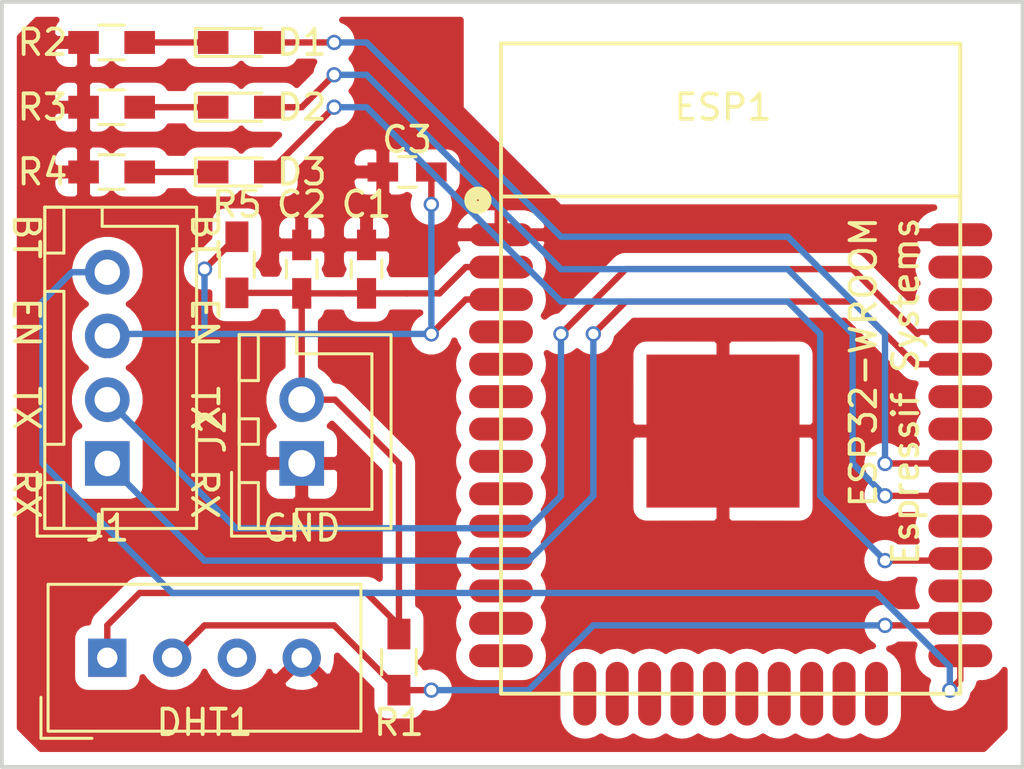
<source format=kicad_pcb>
(kicad_pcb (version 20171130) (host pcbnew 5.1.10-5.1.10)

  (general
    (thickness 1.6)
    (drawings 7)
    (tracks 112)
    (zones 0)
    (modules 15)
    (nets 42)
  )

  (page User 101.6 101.6)
  (layers
    (0 F.Cu signal hide)
    (31 B.Cu signal hide)
    (32 B.Adhes user)
    (33 F.Adhes user)
    (34 B.Paste user)
    (35 F.Paste user)
    (36 B.SilkS user)
    (37 F.SilkS user)
    (38 B.Mask user)
    (39 F.Mask user)
    (40 Dwgs.User user)
    (41 Cmts.User user)
    (42 Eco1.User user)
    (43 Eco2.User user)
    (44 Edge.Cuts user)
    (45 Margin user)
    (46 B.CrtYd user)
    (47 F.CrtYd user)
    (48 B.Fab user)
    (49 F.Fab user)
  )

  (setup
    (last_trace_width 0.25)
    (trace_clearance 0.2)
    (zone_clearance 0.508)
    (zone_45_only no)
    (trace_min 0.25)
    (via_size 0.6)
    (via_drill 0.4)
    (via_min_size 0.4)
    (via_min_drill 0.3)
    (uvia_size 0.3)
    (uvia_drill 0.1)
    (uvias_allowed no)
    (uvia_min_size 0.2)
    (uvia_min_drill 0.1)
    (edge_width 0.15)
    (segment_width 0.2)
    (pcb_text_width 0.3)
    (pcb_text_size 1.5 1.5)
    (mod_edge_width 0.15)
    (mod_text_size 1 1)
    (mod_text_width 0.15)
    (pad_size 1.524 1.524)
    (pad_drill 0.762)
    (pad_to_mask_clearance 0.1)
    (aux_axis_origin 0 0)
    (visible_elements FFFFFF7F)
    (pcbplotparams
      (layerselection 0x010f8_ffffffff)
      (usegerberextensions false)
      (usegerberattributes true)
      (usegerberadvancedattributes true)
      (creategerberjobfile true)
      (excludeedgelayer true)
      (linewidth 0.100000)
      (plotframeref false)
      (viasonmask false)
      (mode 1)
      (useauxorigin false)
      (hpglpennumber 1)
      (hpglpenspeed 20)
      (hpglpendiameter 15.000000)
      (psnegative false)
      (psa4output false)
      (plotreference true)
      (plotvalue true)
      (plotinvisibletext false)
      (padsonsilk false)
      (subtractmaskfromsilk false)
      (outputformat 1)
      (mirror false)
      (drillshape 0)
      (scaleselection 1)
      (outputdirectory "ESP-Logger-HW-Gerber/"))
  )

  (net 0 "")
  (net 1 VCC)
  (net 2 "Net-(DHT1-Pad2)")
  (net 3 "Net-(DHT1-Pad3)")
  (net 4 GND)
  (net 5 "Net-(ESP1-Pad37)")
  (net 6 "Net-(ESP1-Pad36)")
  (net 7 "Net-(ESP1-Pad35)")
  (net 8 "Net-(ESP1-Pad34)")
  (net 9 "Net-(ESP1-Pad33)")
  (net 10 "Net-(ESP1-Pad32)")
  (net 11 "Net-(ESP1-Pad29)")
  (net 12 "Net-(ESP1-Pad27)")
  (net 13 "Net-(ESP1-Pad24)")
  (net 14 "Net-(ESP1-Pad23)")
  (net 15 "Net-(ESP1-Pad22)")
  (net 16 "Net-(ESP1-Pad21)")
  (net 17 "Net-(ESP1-Pad20)")
  (net 18 "Net-(ESP1-Pad19)")
  (net 19 "Net-(ESP1-Pad18)")
  (net 20 "Net-(ESP1-Pad17)")
  (net 21 "Net-(ESP1-Pad16)")
  (net 22 "Net-(ESP1-Pad15)")
  (net 23 "Net-(ESP1-Pad14)")
  (net 24 "Net-(ESP1-Pad13)")
  (net 25 "Net-(ESP1-Pad12)")
  (net 26 "Net-(ESP1-Pad11)")
  (net 27 "Net-(ESP1-Pad10)")
  (net 28 "Net-(ESP1-Pad9)")
  (net 29 "Net-(ESP1-Pad8)")
  (net 30 "Net-(ESP1-Pad7)")
  (net 31 "Net-(ESP1-Pad6)")
  (net 32 "Net-(ESP1-Pad5)")
  (net 33 "Net-(ESP1-Pad4)")
  (net 34 "Net-(D1-Pad1)")
  (net 35 "Net-(D1-Pad2)")
  (net 36 "Net-(D2-Pad1)")
  (net 37 "Net-(D2-Pad2)")
  (net 38 "Net-(D3-Pad1)")
  (net 39 "Net-(D3-Pad2)")
  (net 40 "Net-(C3-Pad1)")
  (net 41 "Net-(ESP1-Pad25)")

  (net_class Default "This is the default net class."
    (clearance 0.2)
    (trace_width 0.25)
    (via_dia 0.6)
    (via_drill 0.4)
    (uvia_dia 0.3)
    (uvia_drill 0.1)
    (add_net GND)
    (add_net "Net-(C3-Pad1)")
    (add_net "Net-(D1-Pad1)")
    (add_net "Net-(D1-Pad2)")
    (add_net "Net-(D2-Pad1)")
    (add_net "Net-(D2-Pad2)")
    (add_net "Net-(D3-Pad1)")
    (add_net "Net-(D3-Pad2)")
    (add_net "Net-(DHT1-Pad2)")
    (add_net "Net-(DHT1-Pad3)")
    (add_net "Net-(ESP1-Pad10)")
    (add_net "Net-(ESP1-Pad11)")
    (add_net "Net-(ESP1-Pad12)")
    (add_net "Net-(ESP1-Pad13)")
    (add_net "Net-(ESP1-Pad14)")
    (add_net "Net-(ESP1-Pad15)")
    (add_net "Net-(ESP1-Pad16)")
    (add_net "Net-(ESP1-Pad17)")
    (add_net "Net-(ESP1-Pad18)")
    (add_net "Net-(ESP1-Pad19)")
    (add_net "Net-(ESP1-Pad20)")
    (add_net "Net-(ESP1-Pad21)")
    (add_net "Net-(ESP1-Pad22)")
    (add_net "Net-(ESP1-Pad23)")
    (add_net "Net-(ESP1-Pad24)")
    (add_net "Net-(ESP1-Pad25)")
    (add_net "Net-(ESP1-Pad27)")
    (add_net "Net-(ESP1-Pad29)")
    (add_net "Net-(ESP1-Pad32)")
    (add_net "Net-(ESP1-Pad33)")
    (add_net "Net-(ESP1-Pad34)")
    (add_net "Net-(ESP1-Pad35)")
    (add_net "Net-(ESP1-Pad36)")
    (add_net "Net-(ESP1-Pad37)")
    (add_net "Net-(ESP1-Pad4)")
    (add_net "Net-(ESP1-Pad5)")
    (add_net "Net-(ESP1-Pad6)")
    (add_net "Net-(ESP1-Pad7)")
    (add_net "Net-(ESP1-Pad8)")
    (add_net "Net-(ESP1-Pad9)")
    (add_net VCC)
  )

  (module ESP32-footprints-Lib:ESP32-WROOM (layer F.Cu) (tedit 57D08EA8) (tstamp 615624A7)
    (at 48.56 34.38 180)
    (path /5F90835A)
    (fp_text reference ESP1 (at 0.3 10.25) (layer F.SilkS)
      (effects (font (size 1 1) (thickness 0.15)))
    )
    (fp_text value ESP32-WROOM (at 5.715 14.224) (layer F.Fab)
      (effects (font (size 1 1) (thickness 0.15)))
    )
    (fp_line (start -9 12.75) (end 9 12.75) (layer F.SilkS) (width 0.15))
    (fp_line (start -9 -12.75) (end 9 -12.75) (layer F.SilkS) (width 0.15))
    (fp_line (start -9 12.75) (end -9 -12.75) (layer F.SilkS) (width 0.15))
    (fp_line (start 9 12.75) (end 9 -12.75) (layer F.SilkS) (width 0.15))
    (fp_line (start -9 6.75) (end 9 6.75) (layer F.SilkS) (width 0.15))
    (fp_circle (center 9.906 6.604) (end 10.033 6.858) (layer F.SilkS) (width 0.5))
    (fp_text user "Espressif Systems" (at -6.858 -0.889 90) (layer F.SilkS)
      (effects (font (size 1 1) (thickness 0.15)))
    )
    (fp_text user ESP32-WROOM (at -5.207 0.254 90) (layer F.SilkS)
      (effects (font (size 1 1) (thickness 0.15)))
    )
    (pad 38 smd oval (at -9 5.25 180) (size 2.5 0.9) (layers F.Cu F.Paste F.Mask)
      (net 4 GND))
    (pad 37 smd oval (at -9 3.98 180) (size 2.5 0.9) (layers F.Cu F.Paste F.Mask)
      (net 5 "Net-(ESP1-Pad37)"))
    (pad 36 smd oval (at -9 2.71 180) (size 2.5 0.9) (layers F.Cu F.Paste F.Mask)
      (net 6 "Net-(ESP1-Pad36)"))
    (pad 35 smd oval (at -9 1.44 180) (size 2.5 0.9) (layers F.Cu F.Paste F.Mask)
      (net 7 "Net-(ESP1-Pad35)"))
    (pad 34 smd oval (at -9 0.17 180) (size 2.5 0.9) (layers F.Cu F.Paste F.Mask)
      (net 8 "Net-(ESP1-Pad34)"))
    (pad 33 smd oval (at -9 -1.1 180) (size 2.5 0.9) (layers F.Cu F.Paste F.Mask)
      (net 9 "Net-(ESP1-Pad33)"))
    (pad 32 smd oval (at -9 -2.37 180) (size 2.5 0.9) (layers F.Cu F.Paste F.Mask)
      (net 10 "Net-(ESP1-Pad32)"))
    (pad 31 smd oval (at -9 -3.64 180) (size 2.5 0.9) (layers F.Cu F.Paste F.Mask)
      (net 35 "Net-(D1-Pad2)"))
    (pad 30 smd oval (at -9 -4.91 180) (size 2.5 0.9) (layers F.Cu F.Paste F.Mask)
      (net 37 "Net-(D2-Pad2)"))
    (pad 29 smd oval (at -9 -6.18 180) (size 2.5 0.9) (layers F.Cu F.Paste F.Mask)
      (net 11 "Net-(ESP1-Pad29)"))
    (pad 28 smd oval (at -9 -7.45 180) (size 2.5 0.9) (layers F.Cu F.Paste F.Mask)
      (net 39 "Net-(D3-Pad2)"))
    (pad 27 smd oval (at -9 -8.72 180) (size 2.5 0.9) (layers F.Cu F.Paste F.Mask)
      (net 12 "Net-(ESP1-Pad27)"))
    (pad 26 smd oval (at -9 -9.99 180) (size 2.5 0.9) (layers F.Cu F.Paste F.Mask)
      (net 2 "Net-(DHT1-Pad2)"))
    (pad 25 smd oval (at -9 -11.26 180) (size 2.5 0.9) (layers F.Cu F.Paste F.Mask)
      (net 41 "Net-(ESP1-Pad25)"))
    (pad 24 smd oval (at -5.715 -12.75 180) (size 0.9 2.5) (layers F.Cu F.Paste F.Mask)
      (net 13 "Net-(ESP1-Pad24)"))
    (pad 23 smd oval (at -4.445 -12.75 180) (size 0.9 2.5) (layers F.Cu F.Paste F.Mask)
      (net 14 "Net-(ESP1-Pad23)"))
    (pad 22 smd oval (at -3.175 -12.75 180) (size 0.9 2.5) (layers F.Cu F.Paste F.Mask)
      (net 15 "Net-(ESP1-Pad22)"))
    (pad 21 smd oval (at -1.905 -12.75 180) (size 0.9 2.5) (layers F.Cu F.Paste F.Mask)
      (net 16 "Net-(ESP1-Pad21)"))
    (pad 20 smd oval (at -0.635 -12.75 180) (size 0.9 2.5) (layers F.Cu F.Paste F.Mask)
      (net 17 "Net-(ESP1-Pad20)"))
    (pad 19 smd oval (at 0.635 -12.75 180) (size 0.9 2.5) (layers F.Cu F.Paste F.Mask)
      (net 18 "Net-(ESP1-Pad19)"))
    (pad 18 smd oval (at 1.905 -12.75 180) (size 0.9 2.5) (layers F.Cu F.Paste F.Mask)
      (net 19 "Net-(ESP1-Pad18)"))
    (pad 17 smd oval (at 3.175 -12.75 180) (size 0.9 2.5) (layers F.Cu F.Paste F.Mask)
      (net 20 "Net-(ESP1-Pad17)"))
    (pad 16 smd oval (at 4.445 -12.75 180) (size 0.9 2.5) (layers F.Cu F.Paste F.Mask)
      (net 21 "Net-(ESP1-Pad16)"))
    (pad 15 smd oval (at 5.715 -12.75 180) (size 0.9 2.5) (layers F.Cu F.Paste F.Mask)
      (net 22 "Net-(ESP1-Pad15)"))
    (pad 14 smd oval (at 9 -11.26 180) (size 2.5 0.9) (layers F.Cu F.Paste F.Mask)
      (net 23 "Net-(ESP1-Pad14)"))
    (pad 13 smd oval (at 9 -9.99 180) (size 2.5 0.9) (layers F.Cu F.Paste F.Mask)
      (net 24 "Net-(ESP1-Pad13)"))
    (pad 12 smd oval (at 9 -8.72 180) (size 2.5 0.9) (layers F.Cu F.Paste F.Mask)
      (net 25 "Net-(ESP1-Pad12)"))
    (pad 11 smd oval (at 9 -7.45 180) (size 2.5 0.9) (layers F.Cu F.Paste F.Mask)
      (net 26 "Net-(ESP1-Pad11)"))
    (pad 10 smd oval (at 9 -6.18 180) (size 2.5 0.9) (layers F.Cu F.Paste F.Mask)
      (net 27 "Net-(ESP1-Pad10)"))
    (pad 9 smd oval (at 9 -4.91 180) (size 2.5 0.9) (layers F.Cu F.Paste F.Mask)
      (net 28 "Net-(ESP1-Pad9)"))
    (pad 8 smd oval (at 9 -3.64 180) (size 2.5 0.9) (layers F.Cu F.Paste F.Mask)
      (net 29 "Net-(ESP1-Pad8)"))
    (pad 7 smd oval (at 9 -2.37 180) (size 2.5 0.9) (layers F.Cu F.Paste F.Mask)
      (net 30 "Net-(ESP1-Pad7)"))
    (pad 6 smd oval (at 9 -1.1 180) (size 2.5 0.9) (layers F.Cu F.Paste F.Mask)
      (net 31 "Net-(ESP1-Pad6)"))
    (pad 5 smd oval (at 9 0.17 180) (size 2.5 0.9) (layers F.Cu F.Paste F.Mask)
      (net 32 "Net-(ESP1-Pad5)"))
    (pad 4 smd oval (at 9 1.44 180) (size 2.5 0.9) (layers F.Cu F.Paste F.Mask)
      (net 33 "Net-(ESP1-Pad4)"))
    (pad 3 smd oval (at 9 2.71 180) (size 2.5 0.9) (layers F.Cu F.Paste F.Mask)
      (net 40 "Net-(C3-Pad1)"))
    (pad 2 smd oval (at 9 3.98 180) (size 2.5 0.9) (layers F.Cu F.Paste F.Mask)
      (net 1 VCC))
    (pad 1 smd oval (at 9 5.25 180) (size 2.5 0.9) (layers F.Cu F.Paste F.Mask)
      (net 4 GND))
    (pad 39 smd rect (at 0.3 -2.45 180) (size 6 6) (layers F.Cu F.Paste F.Mask)
      (net 4 GND))
  )

  (module Capacitors_SMD:C_0603_HandSoldering (layer F.Cu) (tedit 58AA848B) (tstamp 61564E37)
    (at 34.29 30.48 90)
    (descr "Capacitor SMD 0603, hand soldering")
    (tags "capacitor 0603")
    (path /5FBDD0CA)
    (attr smd)
    (fp_text reference C1 (at 2.54 0 180) (layer F.SilkS)
      (effects (font (size 1 1) (thickness 0.15)))
    )
    (fp_text value 0.1uF (at 0 1.5 90) (layer F.Fab)
      (effects (font (size 1 1) (thickness 0.15)))
    )
    (fp_line (start 1.8 0.65) (end -1.8 0.65) (layer F.CrtYd) (width 0.05))
    (fp_line (start 1.8 0.65) (end 1.8 -0.65) (layer F.CrtYd) (width 0.05))
    (fp_line (start -1.8 -0.65) (end -1.8 0.65) (layer F.CrtYd) (width 0.05))
    (fp_line (start -1.8 -0.65) (end 1.8 -0.65) (layer F.CrtYd) (width 0.05))
    (fp_line (start 0.35 0.6) (end -0.35 0.6) (layer F.SilkS) (width 0.12))
    (fp_line (start -0.35 -0.6) (end 0.35 -0.6) (layer F.SilkS) (width 0.12))
    (fp_line (start -0.8 -0.4) (end 0.8 -0.4) (layer F.Fab) (width 0.1))
    (fp_line (start 0.8 -0.4) (end 0.8 0.4) (layer F.Fab) (width 0.1))
    (fp_line (start 0.8 0.4) (end -0.8 0.4) (layer F.Fab) (width 0.1))
    (fp_line (start -0.8 0.4) (end -0.8 -0.4) (layer F.Fab) (width 0.1))
    (fp_text user %R (at 0 -1.25 90) (layer F.Fab)
      (effects (font (size 1 1) (thickness 0.15)))
    )
    (pad 1 smd rect (at -0.95 0 90) (size 1.2 0.75) (layers F.Cu F.Paste F.Mask)
      (net 1 VCC))
    (pad 2 smd rect (at 0.95 0 90) (size 1.2 0.75) (layers F.Cu F.Paste F.Mask)
      (net 4 GND))
    (model Capacitors_SMD.3dshapes/C_0603.wrl
      (at (xyz 0 0 0))
      (scale (xyz 1 1 1))
      (rotate (xyz 0 0 0))
    )
  )

  (module Capacitors_SMD:C_0603_HandSoldering (layer F.Cu) (tedit 58AA848B) (tstamp 61562425)
    (at 31.75 30.48 90)
    (descr "Capacitor SMD 0603, hand soldering")
    (tags "capacitor 0603")
    (path /5FBDCE75)
    (attr smd)
    (fp_text reference C2 (at 2.54 0 180) (layer F.SilkS)
      (effects (font (size 1 1) (thickness 0.15)))
    )
    (fp_text value 10uF (at 0 1.5 90) (layer F.Fab)
      (effects (font (size 1 1) (thickness 0.15)))
    )
    (fp_line (start -0.8 0.4) (end -0.8 -0.4) (layer F.Fab) (width 0.1))
    (fp_line (start 0.8 0.4) (end -0.8 0.4) (layer F.Fab) (width 0.1))
    (fp_line (start 0.8 -0.4) (end 0.8 0.4) (layer F.Fab) (width 0.1))
    (fp_line (start -0.8 -0.4) (end 0.8 -0.4) (layer F.Fab) (width 0.1))
    (fp_line (start -0.35 -0.6) (end 0.35 -0.6) (layer F.SilkS) (width 0.12))
    (fp_line (start 0.35 0.6) (end -0.35 0.6) (layer F.SilkS) (width 0.12))
    (fp_line (start -1.8 -0.65) (end 1.8 -0.65) (layer F.CrtYd) (width 0.05))
    (fp_line (start -1.8 -0.65) (end -1.8 0.65) (layer F.CrtYd) (width 0.05))
    (fp_line (start 1.8 0.65) (end 1.8 -0.65) (layer F.CrtYd) (width 0.05))
    (fp_line (start 1.8 0.65) (end -1.8 0.65) (layer F.CrtYd) (width 0.05))
    (fp_text user %R (at 0 -1.25 90) (layer F.Fab)
      (effects (font (size 1 1) (thickness 0.15)))
    )
    (pad 2 smd rect (at 0.95 0 90) (size 1.2 0.75) (layers F.Cu F.Paste F.Mask)
      (net 4 GND))
    (pad 1 smd rect (at -0.95 0 90) (size 1.2 0.75) (layers F.Cu F.Paste F.Mask)
      (net 1 VCC))
    (model Capacitors_SMD.3dshapes/C_0603.wrl
      (at (xyz 0 0 0))
      (scale (xyz 1 1 1))
      (rotate (xyz 0 0 0))
    )
  )

  (module Capacitors_SMD:C_0603_HandSoldering (layer F.Cu) (tedit 58AA848B) (tstamp 61564BB7)
    (at 35.88 26.67 180)
    (descr "Capacitor SMD 0603, hand soldering")
    (tags "capacitor 0603")
    (path /604C7A11)
    (attr smd)
    (fp_text reference C3 (at 0 1.27) (layer F.SilkS)
      (effects (font (size 1 1) (thickness 0.15)))
    )
    (fp_text value 1uF (at 0 1.5) (layer F.Fab)
      (effects (font (size 1 1) (thickness 0.15)))
    )
    (fp_line (start -0.8 0.4) (end -0.8 -0.4) (layer F.Fab) (width 0.1))
    (fp_line (start 0.8 0.4) (end -0.8 0.4) (layer F.Fab) (width 0.1))
    (fp_line (start 0.8 -0.4) (end 0.8 0.4) (layer F.Fab) (width 0.1))
    (fp_line (start -0.8 -0.4) (end 0.8 -0.4) (layer F.Fab) (width 0.1))
    (fp_line (start -0.35 -0.6) (end 0.35 -0.6) (layer F.SilkS) (width 0.12))
    (fp_line (start 0.35 0.6) (end -0.35 0.6) (layer F.SilkS) (width 0.12))
    (fp_line (start -1.8 -0.65) (end 1.8 -0.65) (layer F.CrtYd) (width 0.05))
    (fp_line (start -1.8 -0.65) (end -1.8 0.65) (layer F.CrtYd) (width 0.05))
    (fp_line (start 1.8 0.65) (end 1.8 -0.65) (layer F.CrtYd) (width 0.05))
    (fp_line (start 1.8 0.65) (end -1.8 0.65) (layer F.CrtYd) (width 0.05))
    (fp_text user %R (at 0 -1.25) (layer F.Fab)
      (effects (font (size 1 1) (thickness 0.15)))
    )
    (pad 2 smd rect (at 0.95 0 180) (size 1.2 0.75) (layers F.Cu F.Paste F.Mask)
      (net 4 GND))
    (pad 1 smd rect (at -0.95 0 180) (size 1.2 0.75) (layers F.Cu F.Paste F.Mask)
      (net 40 "Net-(C3-Pad1)"))
    (model Capacitors_SMD.3dshapes/C_0603.wrl
      (at (xyz 0 0 0))
      (scale (xyz 1 1 1))
      (rotate (xyz 0 0 0))
    )
  )

  (module LEDs:LED_0603_HandSoldering (layer F.Cu) (tedit 595FC9C0) (tstamp 61564AE6)
    (at 29.38 21.59)
    (descr "LED SMD 0603, hand soldering")
    (tags "LED 0603")
    (path /5FBDCB86)
    (attr smd)
    (fp_text reference D1 (at 2.37 0) (layer F.SilkS)
      (effects (font (size 1 1) (thickness 0.15)))
    )
    (fp_text value LED (at 0 1.55) (layer F.Fab)
      (effects (font (size 1 1) (thickness 0.15)))
    )
    (fp_line (start -0.8 -0.4) (end -0.8 0.4) (layer F.Fab) (width 0.1))
    (fp_line (start 1.95 0.7) (end -1.96 0.7) (layer F.CrtYd) (width 0.05))
    (fp_line (start 1.95 0.7) (end 1.95 -0.7) (layer F.CrtYd) (width 0.05))
    (fp_line (start -1.96 -0.7) (end -1.96 0.7) (layer F.CrtYd) (width 0.05))
    (fp_line (start -1.96 -0.7) (end 1.95 -0.7) (layer F.CrtYd) (width 0.05))
    (fp_line (start -1.8 -0.55) (end 0.8 -0.55) (layer F.SilkS) (width 0.12))
    (fp_line (start -1.8 0.55) (end 0.8 0.55) (layer F.SilkS) (width 0.12))
    (fp_line (start -0.8 -0.4) (end 0.8 -0.4) (layer F.Fab) (width 0.1))
    (fp_line (start 0.8 -0.4) (end 0.8 0.4) (layer F.Fab) (width 0.1))
    (fp_line (start 0.8 0.4) (end -0.8 0.4) (layer F.Fab) (width 0.1))
    (fp_line (start 0.15 -0.2) (end 0.15 0.2) (layer F.Fab) (width 0.1))
    (fp_line (start 0.15 0.2) (end -0.15 0) (layer F.Fab) (width 0.1))
    (fp_line (start -0.15 0) (end 0.15 -0.2) (layer F.Fab) (width 0.1))
    (fp_line (start -0.2 -0.2) (end -0.2 0.2) (layer F.Fab) (width 0.1))
    (fp_line (start -1.8 -0.55) (end -1.8 0.55) (layer F.SilkS) (width 0.12))
    (pad 1 smd rect (at -1.1 0) (size 1.2 0.9) (layers F.Cu F.Paste F.Mask)
      (net 34 "Net-(D1-Pad1)"))
    (pad 2 smd rect (at 1.1 0) (size 1.2 0.9) (layers F.Cu F.Paste F.Mask)
      (net 35 "Net-(D1-Pad2)"))
    (model ${KISYS3DMOD}/LEDs.3dshapes/LED_0603.wrl
      (at (xyz 0 0 0))
      (scale (xyz 1 1 1))
      (rotate (xyz 0 0 180))
    )
  )

  (module LEDs:LED_0603_HandSoldering (layer F.Cu) (tedit 595FC9C0) (tstamp 61562381)
    (at 29.38 24.13)
    (descr "LED SMD 0603, hand soldering")
    (tags "LED 0603")
    (path /5FBDCA79)
    (attr smd)
    (fp_text reference D2 (at 2.37 0) (layer F.SilkS)
      (effects (font (size 1 1) (thickness 0.15)))
    )
    (fp_text value LED (at 0 1.55) (layer F.Fab)
      (effects (font (size 1 1) (thickness 0.15)))
    )
    (fp_line (start -1.8 -0.55) (end -1.8 0.55) (layer F.SilkS) (width 0.12))
    (fp_line (start -0.2 -0.2) (end -0.2 0.2) (layer F.Fab) (width 0.1))
    (fp_line (start -0.15 0) (end 0.15 -0.2) (layer F.Fab) (width 0.1))
    (fp_line (start 0.15 0.2) (end -0.15 0) (layer F.Fab) (width 0.1))
    (fp_line (start 0.15 -0.2) (end 0.15 0.2) (layer F.Fab) (width 0.1))
    (fp_line (start 0.8 0.4) (end -0.8 0.4) (layer F.Fab) (width 0.1))
    (fp_line (start 0.8 -0.4) (end 0.8 0.4) (layer F.Fab) (width 0.1))
    (fp_line (start -0.8 -0.4) (end 0.8 -0.4) (layer F.Fab) (width 0.1))
    (fp_line (start -1.8 0.55) (end 0.8 0.55) (layer F.SilkS) (width 0.12))
    (fp_line (start -1.8 -0.55) (end 0.8 -0.55) (layer F.SilkS) (width 0.12))
    (fp_line (start -1.96 -0.7) (end 1.95 -0.7) (layer F.CrtYd) (width 0.05))
    (fp_line (start -1.96 -0.7) (end -1.96 0.7) (layer F.CrtYd) (width 0.05))
    (fp_line (start 1.95 0.7) (end 1.95 -0.7) (layer F.CrtYd) (width 0.05))
    (fp_line (start 1.95 0.7) (end -1.96 0.7) (layer F.CrtYd) (width 0.05))
    (fp_line (start -0.8 -0.4) (end -0.8 0.4) (layer F.Fab) (width 0.1))
    (pad 2 smd rect (at 1.1 0) (size 1.2 0.9) (layers F.Cu F.Paste F.Mask)
      (net 37 "Net-(D2-Pad2)"))
    (pad 1 smd rect (at -1.1 0) (size 1.2 0.9) (layers F.Cu F.Paste F.Mask)
      (net 36 "Net-(D2-Pad1)"))
    (model ${KISYS3DMOD}/LEDs.3dshapes/LED_0603.wrl
      (at (xyz 0 0 0))
      (scale (xyz 1 1 1))
      (rotate (xyz 0 0 180))
    )
  )

  (module LEDs:LED_0603_HandSoldering (layer F.Cu) (tedit 595FC9C0) (tstamp 61562345)
    (at 29.38 26.67)
    (descr "LED SMD 0603, hand soldering")
    (tags "LED 0603")
    (path /5FBDD5C2)
    (attr smd)
    (fp_text reference D3 (at 2.37 0) (layer F.SilkS)
      (effects (font (size 1 1) (thickness 0.15)))
    )
    (fp_text value LED (at 0 1.55) (layer F.Fab)
      (effects (font (size 1 1) (thickness 0.15)))
    )
    (fp_line (start -1.8 -0.55) (end -1.8 0.55) (layer F.SilkS) (width 0.12))
    (fp_line (start -0.2 -0.2) (end -0.2 0.2) (layer F.Fab) (width 0.1))
    (fp_line (start -0.15 0) (end 0.15 -0.2) (layer F.Fab) (width 0.1))
    (fp_line (start 0.15 0.2) (end -0.15 0) (layer F.Fab) (width 0.1))
    (fp_line (start 0.15 -0.2) (end 0.15 0.2) (layer F.Fab) (width 0.1))
    (fp_line (start 0.8 0.4) (end -0.8 0.4) (layer F.Fab) (width 0.1))
    (fp_line (start 0.8 -0.4) (end 0.8 0.4) (layer F.Fab) (width 0.1))
    (fp_line (start -0.8 -0.4) (end 0.8 -0.4) (layer F.Fab) (width 0.1))
    (fp_line (start -1.8 0.55) (end 0.8 0.55) (layer F.SilkS) (width 0.12))
    (fp_line (start -1.8 -0.55) (end 0.8 -0.55) (layer F.SilkS) (width 0.12))
    (fp_line (start -1.96 -0.7) (end 1.95 -0.7) (layer F.CrtYd) (width 0.05))
    (fp_line (start -1.96 -0.7) (end -1.96 0.7) (layer F.CrtYd) (width 0.05))
    (fp_line (start 1.95 0.7) (end 1.95 -0.7) (layer F.CrtYd) (width 0.05))
    (fp_line (start 1.95 0.7) (end -1.96 0.7) (layer F.CrtYd) (width 0.05))
    (fp_line (start -0.8 -0.4) (end -0.8 0.4) (layer F.Fab) (width 0.1))
    (pad 2 smd rect (at 1.1 0) (size 1.2 0.9) (layers F.Cu F.Paste F.Mask)
      (net 39 "Net-(D3-Pad2)"))
    (pad 1 smd rect (at -1.1 0) (size 1.2 0.9) (layers F.Cu F.Paste F.Mask)
      (net 38 "Net-(D3-Pad1)"))
    (model ${KISYS3DMOD}/LEDs.3dshapes/LED_0603.wrl
      (at (xyz 0 0 0))
      (scale (xyz 1 1 1))
      (rotate (xyz 0 0 180))
    )
  )

  (module Sensor:Aosong_DHT11_5.5x12.0_P2.54mm (layer F.Cu) (tedit 5C4B60CF) (tstamp 6156344C)
    (at 24.13 45.72 90)
    (descr "Temperature and humidity module, http://akizukidenshi.com/download/ds/aosong/DHT11.pdf")
    (tags "Temperature and humidity module")
    (path /5F908EE1)
    (fp_text reference DHT1 (at -2.54 3.81 180) (layer F.SilkS)
      (effects (font (size 1 1) (thickness 0.15)))
    )
    (fp_text value DHT11 (at 0 8.89 90) (layer F.Fab)
      (effects (font (size 1 1) (thickness 0.15)))
    )
    (fp_line (start -3.16 -2.6) (end -1.55 -2.6) (layer F.SilkS) (width 0.12))
    (fp_line (start -3.16 -2.6) (end -3.16 -0.6) (layer F.SilkS) (width 0.12))
    (fp_line (start -2.75 -1.19) (end -1.75 -2.19) (layer F.Fab) (width 0.1))
    (fp_line (start -3 10.06) (end -3 -2.44) (layer F.CrtYd) (width 0.05))
    (fp_line (start 3 10.06) (end -3 10.06) (layer F.CrtYd) (width 0.05))
    (fp_line (start 3 -2.44) (end 3 10.06) (layer F.CrtYd) (width 0.05))
    (fp_line (start -3 -2.44) (end 3 -2.44) (layer F.CrtYd) (width 0.05))
    (fp_line (start -2.88 9.94) (end -2.88 -2.31) (layer F.SilkS) (width 0.12))
    (fp_line (start 2.88 9.94) (end -2.88 9.94) (layer F.SilkS) (width 0.12))
    (fp_line (start 2.88 -2.32) (end 2.88 9.94) (layer F.SilkS) (width 0.12))
    (fp_line (start -2.87 -2.32) (end 2.87 -2.32) (layer F.SilkS) (width 0.12))
    (fp_line (start -2.75 -1.19) (end -2.75 9.81) (layer F.Fab) (width 0.1))
    (fp_line (start 2.75 9.81) (end -2.75 9.81) (layer F.Fab) (width 0.1))
    (fp_line (start 2.75 -2.19) (end 2.75 9.81) (layer F.Fab) (width 0.1))
    (fp_line (start -1.75 -2.19) (end 2.75 -2.19) (layer F.Fab) (width 0.1))
    (fp_text user %R (at 0 3.81 90) (layer F.Fab)
      (effects (font (size 1 1) (thickness 0.15)))
    )
    (pad 1 thru_hole rect (at 0 0 90) (size 1.5 1.5) (drill 0.8) (layers *.Cu *.Mask)
      (net 1 VCC))
    (pad 2 thru_hole circle (at 0 2.54 90) (size 1.5 1.5) (drill 0.8) (layers *.Cu *.Mask)
      (net 2 "Net-(DHT1-Pad2)"))
    (pad 3 thru_hole circle (at 0 5.08 90) (size 1.5 1.5) (drill 0.8) (layers *.Cu *.Mask)
      (net 3 "Net-(DHT1-Pad3)"))
    (pad 4 thru_hole circle (at 0 7.62 90) (size 1.5 1.5) (drill 0.8) (layers *.Cu *.Mask)
      (net 4 GND))
    (model ${KISYS3DMOD}/Sensor.3dshapes/Aosong_DHT11_5.5x12.0_P2.54mm.wrl
      (at (xyz 0 0 0))
      (scale (xyz 1 1 1))
      (rotate (xyz 0 0 0))
    )
  )

  (module Connectors_JST:JST_XH_B04B-XH-A_04x2.50mm_Straight (layer F.Cu) (tedit 58EAE7F0) (tstamp 615642E8)
    (at 24.13 38.1 90)
    (descr "JST XH series connector, B04B-XH-A, top entry type, through hole")
    (tags "connector jst xh tht top vertical 2.50mm")
    (path /602C7008)
    (fp_text reference J1 (at -2.54 0 180) (layer F.SilkS)
      (effects (font (size 1 1) (thickness 0.15)))
    )
    (fp_text value Conn_01x04_Male (at 3.75 4.5 90) (layer F.Fab)
      (effects (font (size 1 1) (thickness 0.15)))
    )
    (fp_line (start -2.45 -2.35) (end -2.45 3.4) (layer F.Fab) (width 0.1))
    (fp_line (start -2.45 3.4) (end 9.95 3.4) (layer F.Fab) (width 0.1))
    (fp_line (start 9.95 3.4) (end 9.95 -2.35) (layer F.Fab) (width 0.1))
    (fp_line (start 9.95 -2.35) (end -2.45 -2.35) (layer F.Fab) (width 0.1))
    (fp_line (start -2.95 -2.85) (end -2.95 3.9) (layer F.CrtYd) (width 0.05))
    (fp_line (start -2.95 3.9) (end 10.45 3.9) (layer F.CrtYd) (width 0.05))
    (fp_line (start 10.45 3.9) (end 10.45 -2.85) (layer F.CrtYd) (width 0.05))
    (fp_line (start 10.45 -2.85) (end -2.95 -2.85) (layer F.CrtYd) (width 0.05))
    (fp_line (start -2.55 -2.45) (end -2.55 3.5) (layer F.SilkS) (width 0.12))
    (fp_line (start -2.55 3.5) (end 10.05 3.5) (layer F.SilkS) (width 0.12))
    (fp_line (start 10.05 3.5) (end 10.05 -2.45) (layer F.SilkS) (width 0.12))
    (fp_line (start 10.05 -2.45) (end -2.55 -2.45) (layer F.SilkS) (width 0.12))
    (fp_line (start 0.75 -2.45) (end 0.75 -1.7) (layer F.SilkS) (width 0.12))
    (fp_line (start 0.75 -1.7) (end 6.75 -1.7) (layer F.SilkS) (width 0.12))
    (fp_line (start 6.75 -1.7) (end 6.75 -2.45) (layer F.SilkS) (width 0.12))
    (fp_line (start 6.75 -2.45) (end 0.75 -2.45) (layer F.SilkS) (width 0.12))
    (fp_line (start -2.55 -2.45) (end -2.55 -1.7) (layer F.SilkS) (width 0.12))
    (fp_line (start -2.55 -1.7) (end -0.75 -1.7) (layer F.SilkS) (width 0.12))
    (fp_line (start -0.75 -1.7) (end -0.75 -2.45) (layer F.SilkS) (width 0.12))
    (fp_line (start -0.75 -2.45) (end -2.55 -2.45) (layer F.SilkS) (width 0.12))
    (fp_line (start 8.25 -2.45) (end 8.25 -1.7) (layer F.SilkS) (width 0.12))
    (fp_line (start 8.25 -1.7) (end 10.05 -1.7) (layer F.SilkS) (width 0.12))
    (fp_line (start 10.05 -1.7) (end 10.05 -2.45) (layer F.SilkS) (width 0.12))
    (fp_line (start 10.05 -2.45) (end 8.25 -2.45) (layer F.SilkS) (width 0.12))
    (fp_line (start -2.55 -0.2) (end -1.8 -0.2) (layer F.SilkS) (width 0.12))
    (fp_line (start -1.8 -0.2) (end -1.8 2.75) (layer F.SilkS) (width 0.12))
    (fp_line (start -1.8 2.75) (end 3.75 2.75) (layer F.SilkS) (width 0.12))
    (fp_line (start 10.05 -0.2) (end 9.3 -0.2) (layer F.SilkS) (width 0.12))
    (fp_line (start 9.3 -0.2) (end 9.3 2.75) (layer F.SilkS) (width 0.12))
    (fp_line (start 9.3 2.75) (end 3.75 2.75) (layer F.SilkS) (width 0.12))
    (fp_line (start -0.35 -2.75) (end -2.85 -2.75) (layer F.SilkS) (width 0.12))
    (fp_line (start -2.85 -2.75) (end -2.85 -0.25) (layer F.SilkS) (width 0.12))
    (fp_line (start -0.35 -2.75) (end -2.85 -2.75) (layer F.Fab) (width 0.1))
    (fp_line (start -2.85 -2.75) (end -2.85 -0.25) (layer F.Fab) (width 0.1))
    (fp_text user %R (at 3.75 2.5 90) (layer F.Fab)
      (effects (font (size 1 1) (thickness 0.15)))
    )
    (pad 4 thru_hole circle (at 7.5 0 90) (size 1.75 1.75) (drill 1) (layers *.Cu *.Mask)
      (net 41 "Net-(ESP1-Pad25)"))
    (pad 3 thru_hole circle (at 5 0 90) (size 1.75 1.75) (drill 1) (layers *.Cu *.Mask)
      (net 40 "Net-(C3-Pad1)"))
    (pad 2 thru_hole circle (at 2.5 0 90) (size 1.75 1.75) (drill 1) (layers *.Cu *.Mask)
      (net 7 "Net-(ESP1-Pad35)"))
    (pad 1 thru_hole rect (at 0 0 90) (size 1.75 1.75) (drill 1) (layers *.Cu *.Mask)
      (net 8 "Net-(ESP1-Pad34)"))
    (model Connectors_JST.3dshapes/JST_XH_B04B-XH-A_04x2.50mm_Straight.wrl
      (at (xyz 0 0 0))
      (scale (xyz 1 1 1))
      (rotate (xyz 0 0 0))
    )
  )

  (module Connectors_JST:JST_XH_B02B-XH-A_02x2.50mm_Straight (layer F.Cu) (tedit 58EAE7F0) (tstamp 615651C7)
    (at 31.75 38.1 90)
    (descr "JST XH series connector, B02B-XH-A, top entry type, through hole")
    (tags "connector jst xh tht top vertical 2.50mm")
    (path /602C6863)
    (fp_text reference J2 (at 1.25 -3.5 90) (layer F.SilkS)
      (effects (font (size 1 1) (thickness 0.15)))
    )
    (fp_text value Conn_01x02_Female (at 1.25 4.5 90) (layer F.Fab)
      (effects (font (size 1 1) (thickness 0.15)))
    )
    (fp_line (start -2.45 -2.35) (end -2.45 3.4) (layer F.Fab) (width 0.1))
    (fp_line (start -2.45 3.4) (end 4.95 3.4) (layer F.Fab) (width 0.1))
    (fp_line (start 4.95 3.4) (end 4.95 -2.35) (layer F.Fab) (width 0.1))
    (fp_line (start 4.95 -2.35) (end -2.45 -2.35) (layer F.Fab) (width 0.1))
    (fp_line (start -2.95 -2.85) (end -2.95 3.9) (layer F.CrtYd) (width 0.05))
    (fp_line (start -2.95 3.9) (end 5.45 3.9) (layer F.CrtYd) (width 0.05))
    (fp_line (start 5.45 3.9) (end 5.45 -2.85) (layer F.CrtYd) (width 0.05))
    (fp_line (start 5.45 -2.85) (end -2.95 -2.85) (layer F.CrtYd) (width 0.05))
    (fp_line (start -2.55 -2.45) (end -2.55 3.5) (layer F.SilkS) (width 0.12))
    (fp_line (start -2.55 3.5) (end 5.05 3.5) (layer F.SilkS) (width 0.12))
    (fp_line (start 5.05 3.5) (end 5.05 -2.45) (layer F.SilkS) (width 0.12))
    (fp_line (start 5.05 -2.45) (end -2.55 -2.45) (layer F.SilkS) (width 0.12))
    (fp_line (start 0.75 -2.45) (end 0.75 -1.7) (layer F.SilkS) (width 0.12))
    (fp_line (start 0.75 -1.7) (end 1.75 -1.7) (layer F.SilkS) (width 0.12))
    (fp_line (start 1.75 -1.7) (end 1.75 -2.45) (layer F.SilkS) (width 0.12))
    (fp_line (start 1.75 -2.45) (end 0.75 -2.45) (layer F.SilkS) (width 0.12))
    (fp_line (start -2.55 -2.45) (end -2.55 -1.7) (layer F.SilkS) (width 0.12))
    (fp_line (start -2.55 -1.7) (end -0.75 -1.7) (layer F.SilkS) (width 0.12))
    (fp_line (start -0.75 -1.7) (end -0.75 -2.45) (layer F.SilkS) (width 0.12))
    (fp_line (start -0.75 -2.45) (end -2.55 -2.45) (layer F.SilkS) (width 0.12))
    (fp_line (start 3.25 -2.45) (end 3.25 -1.7) (layer F.SilkS) (width 0.12))
    (fp_line (start 3.25 -1.7) (end 5.05 -1.7) (layer F.SilkS) (width 0.12))
    (fp_line (start 5.05 -1.7) (end 5.05 -2.45) (layer F.SilkS) (width 0.12))
    (fp_line (start 5.05 -2.45) (end 3.25 -2.45) (layer F.SilkS) (width 0.12))
    (fp_line (start -2.55 -0.2) (end -1.8 -0.2) (layer F.SilkS) (width 0.12))
    (fp_line (start -1.8 -0.2) (end -1.8 2.75) (layer F.SilkS) (width 0.12))
    (fp_line (start -1.8 2.75) (end 1.25 2.75) (layer F.SilkS) (width 0.12))
    (fp_line (start 5.05 -0.2) (end 4.3 -0.2) (layer F.SilkS) (width 0.12))
    (fp_line (start 4.3 -0.2) (end 4.3 2.75) (layer F.SilkS) (width 0.12))
    (fp_line (start 4.3 2.75) (end 1.25 2.75) (layer F.SilkS) (width 0.12))
    (fp_line (start -0.35 -2.75) (end -2.85 -2.75) (layer F.SilkS) (width 0.12))
    (fp_line (start -2.85 -2.75) (end -2.85 -0.25) (layer F.SilkS) (width 0.12))
    (fp_line (start -0.35 -2.75) (end -2.85 -2.75) (layer F.Fab) (width 0.1))
    (fp_line (start -2.85 -2.75) (end -2.85 -0.25) (layer F.Fab) (width 0.1))
    (fp_text user %R (at 1.25 2.5 90) (layer F.Fab)
      (effects (font (size 1 1) (thickness 0.15)))
    )
    (pad 2 thru_hole circle (at 2.5 0 90) (size 1.75 1.75) (drill 1.05) (layers *.Cu *.Mask)
      (net 1 VCC))
    (pad 1 thru_hole rect (at 0 0 90) (size 1.75 1.75) (drill 1.05) (layers *.Cu *.Mask)
      (net 4 GND))
    (model Connectors_JST.3dshapes/JST_XH_B02B-XH-A_02x2.50mm_Straight.wrl
      (at (xyz 0 0 0))
      (scale (xyz 1 1 1))
      (rotate (xyz 0 0 0))
    )
  )

  (module Resistors_SMD:R_0603_HandSoldering (layer F.Cu) (tedit 58E0A804) (tstamp 615625DB)
    (at 35.56 45.89 90)
    (descr "Resistor SMD 0603, hand soldering")
    (tags "resistor 0603")
    (path /5F909000)
    (attr smd)
    (fp_text reference R1 (at -2.37 0 180) (layer F.SilkS)
      (effects (font (size 1 1) (thickness 0.15)))
    )
    (fp_text value 1K (at 0 1.55 90) (layer F.Fab)
      (effects (font (size 1 1) (thickness 0.15)))
    )
    (fp_line (start -0.8 0.4) (end -0.8 -0.4) (layer F.Fab) (width 0.1))
    (fp_line (start 0.8 0.4) (end -0.8 0.4) (layer F.Fab) (width 0.1))
    (fp_line (start 0.8 -0.4) (end 0.8 0.4) (layer F.Fab) (width 0.1))
    (fp_line (start -0.8 -0.4) (end 0.8 -0.4) (layer F.Fab) (width 0.1))
    (fp_line (start 0.5 0.68) (end -0.5 0.68) (layer F.SilkS) (width 0.12))
    (fp_line (start -0.5 -0.68) (end 0.5 -0.68) (layer F.SilkS) (width 0.12))
    (fp_line (start -1.96 -0.7) (end 1.95 -0.7) (layer F.CrtYd) (width 0.05))
    (fp_line (start -1.96 -0.7) (end -1.96 0.7) (layer F.CrtYd) (width 0.05))
    (fp_line (start 1.95 0.7) (end 1.95 -0.7) (layer F.CrtYd) (width 0.05))
    (fp_line (start 1.95 0.7) (end -1.96 0.7) (layer F.CrtYd) (width 0.05))
    (fp_text user %R (at 0 0 90) (layer F.Fab)
      (effects (font (size 0.4 0.4) (thickness 0.075)))
    )
    (pad 2 smd rect (at 1.1 0 90) (size 1.2 0.9) (layers F.Cu F.Paste F.Mask)
      (net 1 VCC))
    (pad 1 smd rect (at -1.1 0 90) (size 1.2 0.9) (layers F.Cu F.Paste F.Mask)
      (net 2 "Net-(DHT1-Pad2)"))
    (model ${KISYS3DMOD}/Resistors_SMD.3dshapes/R_0603.wrl
      (at (xyz 0 0 0))
      (scale (xyz 1 1 1))
      (rotate (xyz 0 0 0))
    )
  )

  (module Resistors_SMD:R_0603_HandSoldering (layer F.Cu) (tedit 58E0A804) (tstamp 615625AB)
    (at 24.3 21.59 180)
    (descr "Resistor SMD 0603, hand soldering")
    (tags "resistor 0603")
    (path /5FBDD68B)
    (attr smd)
    (fp_text reference R2 (at 2.71 0) (layer F.SilkS)
      (effects (font (size 1 1) (thickness 0.15)))
    )
    (fp_text value 220 (at 0 1.55) (layer F.Fab)
      (effects (font (size 1 1) (thickness 0.15)))
    )
    (fp_line (start 1.95 0.7) (end -1.96 0.7) (layer F.CrtYd) (width 0.05))
    (fp_line (start 1.95 0.7) (end 1.95 -0.7) (layer F.CrtYd) (width 0.05))
    (fp_line (start -1.96 -0.7) (end -1.96 0.7) (layer F.CrtYd) (width 0.05))
    (fp_line (start -1.96 -0.7) (end 1.95 -0.7) (layer F.CrtYd) (width 0.05))
    (fp_line (start -0.5 -0.68) (end 0.5 -0.68) (layer F.SilkS) (width 0.12))
    (fp_line (start 0.5 0.68) (end -0.5 0.68) (layer F.SilkS) (width 0.12))
    (fp_line (start -0.8 -0.4) (end 0.8 -0.4) (layer F.Fab) (width 0.1))
    (fp_line (start 0.8 -0.4) (end 0.8 0.4) (layer F.Fab) (width 0.1))
    (fp_line (start 0.8 0.4) (end -0.8 0.4) (layer F.Fab) (width 0.1))
    (fp_line (start -0.8 0.4) (end -0.8 -0.4) (layer F.Fab) (width 0.1))
    (fp_text user %R (at 0 0) (layer F.Fab)
      (effects (font (size 0.4 0.4) (thickness 0.075)))
    )
    (pad 1 smd rect (at -1.1 0 180) (size 1.2 0.9) (layers F.Cu F.Paste F.Mask)
      (net 34 "Net-(D1-Pad1)"))
    (pad 2 smd rect (at 1.1 0 180) (size 1.2 0.9) (layers F.Cu F.Paste F.Mask)
      (net 4 GND))
    (model ${KISYS3DMOD}/Resistors_SMD.3dshapes/R_0603.wrl
      (at (xyz 0 0 0))
      (scale (xyz 1 1 1))
      (rotate (xyz 0 0 0))
    )
  )

  (module Resistors_SMD:R_0603_HandSoldering (layer F.Cu) (tedit 58E0A804) (tstamp 61562F1F)
    (at 24.3 24.13 180)
    (descr "Resistor SMD 0603, hand soldering")
    (tags "resistor 0603")
    (path /5FBDD7B4)
    (attr smd)
    (fp_text reference R3 (at 2.71 0) (layer F.SilkS)
      (effects (font (size 1 1) (thickness 0.15)))
    )
    (fp_text value 220 (at 0 1.55) (layer F.Fab)
      (effects (font (size 1 1) (thickness 0.15)))
    )
    (fp_line (start -0.8 0.4) (end -0.8 -0.4) (layer F.Fab) (width 0.1))
    (fp_line (start 0.8 0.4) (end -0.8 0.4) (layer F.Fab) (width 0.1))
    (fp_line (start 0.8 -0.4) (end 0.8 0.4) (layer F.Fab) (width 0.1))
    (fp_line (start -0.8 -0.4) (end 0.8 -0.4) (layer F.Fab) (width 0.1))
    (fp_line (start 0.5 0.68) (end -0.5 0.68) (layer F.SilkS) (width 0.12))
    (fp_line (start -0.5 -0.68) (end 0.5 -0.68) (layer F.SilkS) (width 0.12))
    (fp_line (start -1.96 -0.7) (end 1.95 -0.7) (layer F.CrtYd) (width 0.05))
    (fp_line (start -1.96 -0.7) (end -1.96 0.7) (layer F.CrtYd) (width 0.05))
    (fp_line (start 1.95 0.7) (end 1.95 -0.7) (layer F.CrtYd) (width 0.05))
    (fp_line (start 1.95 0.7) (end -1.96 0.7) (layer F.CrtYd) (width 0.05))
    (fp_text user %R (at 0 0 180) (layer F.Fab)
      (effects (font (size 0.4 0.4) (thickness 0.075)))
    )
    (pad 2 smd rect (at 1.1 0 180) (size 1.2 0.9) (layers F.Cu F.Paste F.Mask)
      (net 4 GND))
    (pad 1 smd rect (at -1.1 0 180) (size 1.2 0.9) (layers F.Cu F.Paste F.Mask)
      (net 36 "Net-(D2-Pad1)"))
    (model ${KISYS3DMOD}/Resistors_SMD.3dshapes/R_0603.wrl
      (at (xyz 0 0 0))
      (scale (xyz 1 1 1))
      (rotate (xyz 0 0 0))
    )
  )

  (module Resistors_SMD:R_0603_HandSoldering (layer F.Cu) (tedit 58E0A804) (tstamp 61563F4D)
    (at 24.3 26.67 180)
    (descr "Resistor SMD 0603, hand soldering")
    (tags "resistor 0603")
    (path /5FBDD7F4)
    (attr smd)
    (fp_text reference R4 (at 2.71 0) (layer F.SilkS)
      (effects (font (size 1 1) (thickness 0.15)))
    )
    (fp_text value 220 (at 0 1.55) (layer F.Fab)
      (effects (font (size 1 1) (thickness 0.15)))
    )
    (fp_line (start 1.95 0.7) (end -1.96 0.7) (layer F.CrtYd) (width 0.05))
    (fp_line (start 1.95 0.7) (end 1.95 -0.7) (layer F.CrtYd) (width 0.05))
    (fp_line (start -1.96 -0.7) (end -1.96 0.7) (layer F.CrtYd) (width 0.05))
    (fp_line (start -1.96 -0.7) (end 1.95 -0.7) (layer F.CrtYd) (width 0.05))
    (fp_line (start -0.5 -0.68) (end 0.5 -0.68) (layer F.SilkS) (width 0.12))
    (fp_line (start 0.5 0.68) (end -0.5 0.68) (layer F.SilkS) (width 0.12))
    (fp_line (start -0.8 -0.4) (end 0.8 -0.4) (layer F.Fab) (width 0.1))
    (fp_line (start 0.8 -0.4) (end 0.8 0.4) (layer F.Fab) (width 0.1))
    (fp_line (start 0.8 0.4) (end -0.8 0.4) (layer F.Fab) (width 0.1))
    (fp_line (start -0.8 0.4) (end -0.8 -0.4) (layer F.Fab) (width 0.1))
    (fp_text user %R (at 0 0) (layer F.Fab)
      (effects (font (size 0.4 0.4) (thickness 0.075)))
    )
    (pad 1 smd rect (at -1.1 0 180) (size 1.2 0.9) (layers F.Cu F.Paste F.Mask)
      (net 38 "Net-(D3-Pad1)"))
    (pad 2 smd rect (at 1.1 0 180) (size 1.2 0.9) (layers F.Cu F.Paste F.Mask)
      (net 4 GND))
    (model ${KISYS3DMOD}/Resistors_SMD.3dshapes/R_0603.wrl
      (at (xyz 0 0 0))
      (scale (xyz 1 1 1))
      (rotate (xyz 0 0 0))
    )
  )

  (module Resistors_SMD:R_0603_HandSoldering (layer F.Cu) (tedit 58E0A804) (tstamp 61564625)
    (at 29.21 30.31 90)
    (descr "Resistor SMD 0603, hand soldering")
    (tags "resistor 0603")
    (path /604CC252)
    (attr smd)
    (fp_text reference R5 (at 2.37 0 180) (layer F.SilkS)
      (effects (font (size 1 1) (thickness 0.15)))
    )
    (fp_text value 10K (at 0 1.55 90) (layer F.Fab)
      (effects (font (size 1 1) (thickness 0.15)))
    )
    (fp_line (start -0.8 0.4) (end -0.8 -0.4) (layer F.Fab) (width 0.1))
    (fp_line (start 0.8 0.4) (end -0.8 0.4) (layer F.Fab) (width 0.1))
    (fp_line (start 0.8 -0.4) (end 0.8 0.4) (layer F.Fab) (width 0.1))
    (fp_line (start -0.8 -0.4) (end 0.8 -0.4) (layer F.Fab) (width 0.1))
    (fp_line (start 0.5 0.68) (end -0.5 0.68) (layer F.SilkS) (width 0.12))
    (fp_line (start -0.5 -0.68) (end 0.5 -0.68) (layer F.SilkS) (width 0.12))
    (fp_line (start -1.96 -0.7) (end 1.95 -0.7) (layer F.CrtYd) (width 0.05))
    (fp_line (start -1.96 -0.7) (end -1.96 0.7) (layer F.CrtYd) (width 0.05))
    (fp_line (start 1.95 0.7) (end 1.95 -0.7) (layer F.CrtYd) (width 0.05))
    (fp_line (start 1.95 0.7) (end -1.96 0.7) (layer F.CrtYd) (width 0.05))
    (fp_text user %R (at 0 0 90) (layer F.Fab)
      (effects (font (size 0.4 0.4) (thickness 0.075)))
    )
    (pad 2 smd rect (at 1.1 0 90) (size 1.2 0.9) (layers F.Cu F.Paste F.Mask)
      (net 40 "Net-(C3-Pad1)"))
    (pad 1 smd rect (at -1.1 0 90) (size 1.2 0.9) (layers F.Cu F.Paste F.Mask)
      (net 1 VCC))
    (model ${KISYS3DMOD}/Resistors_SMD.3dshapes/R_0603.wrl
      (at (xyz 0 0 0))
      (scale (xyz 1 1 1))
      (rotate (xyz 0 0 0))
    )
  )

  (gr_text GND (at 31.75 40.64) (layer F.SilkS)
    (effects (font (size 1 1) (thickness 0.15)))
  )
  (gr_text "BT  EN  TX  RX" (at 20.955 34.29 -90) (layer F.SilkS) (tstamp 61564267)
    (effects (font (size 1 1) (thickness 0.15)))
  )
  (gr_text "BT  EN  TX  RX" (at 27.94 34.29 -90) (layer F.SilkS) (tstamp 61564859)
    (effects (font (size 1 1) (thickness 0.15)))
  )
  (gr_line (start 20 50) (end 20 20) (layer Edge.Cuts) (width 0.15) (tstamp 61562B1E))
  (gr_line (start 60 50) (end 20 50) (layer Edge.Cuts) (width 0.15))
  (gr_line (start 60 20) (end 60 50) (layer Edge.Cuts) (width 0.15))
  (gr_line (start 20 20) (end 60 20) (layer Edge.Cuts) (width 0.15))

  (segment (start 31.75 35.6) (end 31.75 31.43) (width 0.25) (layer F.Cu) (net 1))
  (segment (start 35.56 44.79) (end 35.56 44.45) (width 0.25) (layer F.Cu) (net 1))
  (segment (start 35.56 44.45) (end 34.29 43.18) (width 0.25) (layer F.Cu) (net 1))
  (segment (start 34.29 43.18) (end 25.4 43.18) (width 0.25) (layer F.Cu) (net 1))
  (segment (start 24.13 44.45) (end 24.13 45.72) (width 0.25) (layer F.Cu) (net 1))
  (segment (start 25.4 43.18) (end 24.13 44.45) (width 0.25) (layer F.Cu) (net 1))
  (segment (start 35.56 44.79) (end 35.56 38.1) (width 0.25) (layer F.Cu) (net 1))
  (segment (start 33.06 35.6) (end 31.75 35.6) (width 0.25) (layer F.Cu) (net 1))
  (segment (start 35.56 38.1) (end 33.06 35.6) (width 0.25) (layer F.Cu) (net 1))
  (segment (start 38.18 30.4) (end 39.56 30.4) (width 0.25) (layer F.Cu) (net 1))
  (segment (start 37.15 31.43) (end 38.18 30.4) (width 0.25) (layer F.Cu) (net 1))
  (segment (start 35.88 31.43) (end 37.15 31.43) (width 0.25) (layer F.Cu) (net 1))
  (segment (start 34.29 31.43) (end 35.88 31.43) (width 0.25) (layer F.Cu) (net 1))
  (segment (start 31.75 31.43) (end 33.34 31.43) (width 0.25) (layer F.Cu) (net 1))
  (segment (start 33.34 31.43) (end 34.29 31.43) (width 0.25) (layer F.Cu) (net 1))
  (segment (start 31.73 31.41) (end 31.75 31.43) (width 0.25) (layer F.Cu) (net 1))
  (segment (start 29.21 31.41) (end 31.73 31.41) (width 0.25) (layer F.Cu) (net 1))
  (segment (start 33.02 44.45) (end 27.94 44.45) (width 0.25) (layer F.Cu) (net 2))
  (segment (start 27.94 44.45) (end 26.67 45.72) (width 0.25) (layer F.Cu) (net 2))
  (segment (start 35.56 46.99) (end 33.02 44.45) (width 0.25) (layer F.Cu) (net 2))
  (via (at 36.83 46.99) (size 0.6) (drill 0.4) (layers F.Cu B.Cu) (net 2))
  (segment (start 35.56 46.99) (end 36.83 46.99) (width 0.25) (layer F.Cu) (net 2))
  (segment (start 36.83 46.99) (end 40.64 46.99) (width 0.25) (layer B.Cu) (net 2))
  (via (at 54.61 44.45) (size 0.6) (drill 0.4) (layers F.Cu B.Cu) (net 2))
  (segment (start 43.18 44.45) (end 54.61 44.45) (width 0.25) (layer B.Cu) (net 2))
  (segment (start 40.64 46.99) (end 43.18 44.45) (width 0.25) (layer B.Cu) (net 2))
  (segment (start 57.48 44.45) (end 57.56 44.37) (width 0.25) (layer F.Cu) (net 2))
  (segment (start 54.61 44.45) (end 57.48 44.45) (width 0.25) (layer F.Cu) (net 2))
  (segment (start 34.29 29.53) (end 34.29 29.21) (width 0.25) (layer F.Cu) (net 4))
  (segment (start 39.48 29.21) (end 39.56 29.13) (width 0.25) (layer F.Cu) (net 4))
  (segment (start 24.13 35.6) (end 29.17 40.64) (width 0.25) (layer B.Cu) (net 7))
  (segment (start 29.17 40.64) (end 35.56 40.64) (width 0.25) (layer B.Cu) (net 7))
  (segment (start 35.56 40.64) (end 40.64 40.64) (width 0.25) (layer B.Cu) (net 7))
  (via (at 41.91 33.02) (size 0.6) (drill 0.4) (layers F.Cu B.Cu) (net 7))
  (segment (start 41.91 39.37) (end 41.91 33.02) (width 0.25) (layer B.Cu) (net 7))
  (segment (start 40.64 40.64) (end 41.91 39.37) (width 0.25) (layer B.Cu) (net 7))
  (segment (start 41.91 33.02) (end 44.45 30.48) (width 0.25) (layer F.Cu) (net 7))
  (segment (start 44.45 30.48) (end 53.34 30.48) (width 0.25) (layer F.Cu) (net 7))
  (segment (start 53.34 30.48) (end 55.88 33.02) (width 0.25) (layer F.Cu) (net 7))
  (segment (start 55.96 32.94) (end 57.56 32.94) (width 0.25) (layer F.Cu) (net 7))
  (segment (start 55.88 33.02) (end 55.96 32.94) (width 0.25) (layer F.Cu) (net 7))
  (segment (start 24.13 38.1) (end 27.94 41.91) (width 0.25) (layer B.Cu) (net 8))
  (segment (start 27.94 41.91) (end 40.64 41.91) (width 0.25) (layer B.Cu) (net 8))
  (segment (start 40.64 41.91) (end 43.18 39.37) (width 0.25) (layer B.Cu) (net 8))
  (via (at 43.18 33.02) (size 0.6) (drill 0.4) (layers F.Cu B.Cu) (net 8))
  (segment (start 43.18 39.37) (end 43.18 33.02) (width 0.25) (layer B.Cu) (net 8))
  (segment (start 43.18 33.02) (end 44.45 31.75) (width 0.25) (layer F.Cu) (net 8))
  (segment (start 44.45 31.75) (end 53.34 31.75) (width 0.25) (layer F.Cu) (net 8))
  (segment (start 55.8 34.21) (end 57.56 34.21) (width 0.25) (layer F.Cu) (net 8))
  (segment (start 53.34 31.75) (end 55.8 34.21) (width 0.25) (layer F.Cu) (net 8))
  (segment (start 25.4 21.59) (end 27.94 21.59) (width 0.25) (layer F.Cu) (net 34))
  (segment (start 27.94 21.59) (end 28.28 21.59) (width 0.25) (layer F.Cu) (net 34))
  (via (at 33.02 21.59) (size 0.6) (drill 0.4) (layers F.Cu B.Cu) (net 35))
  (segment (start 30.48 21.59) (end 33.02 21.59) (width 0.25) (layer F.Cu) (net 35))
  (segment (start 33.02 21.59) (end 34.29 21.59) (width 0.25) (layer B.Cu) (net 35))
  (segment (start 34.29 21.59) (end 38.1 25.4) (width 0.25) (layer B.Cu) (net 35))
  (segment (start 38.1 25.4) (end 41.91 29.21) (width 0.25) (layer B.Cu) (net 35))
  (segment (start 41.91 29.21) (end 50.8 29.21) (width 0.25) (layer B.Cu) (net 35))
  (segment (start 50.8 29.21) (end 54.61 33.02) (width 0.25) (layer B.Cu) (net 35))
  (via (at 54.61 38.1) (size 0.6) (drill 0.4) (layers F.Cu B.Cu) (net 35))
  (segment (start 54.61 33.02) (end 54.61 38.1) (width 0.25) (layer B.Cu) (net 35))
  (segment (start 57.48 38.1) (end 57.56 38.02) (width 0.25) (layer F.Cu) (net 35))
  (segment (start 54.61 38.1) (end 57.48 38.1) (width 0.25) (layer F.Cu) (net 35))
  (segment (start 25.4 24.13) (end 28.28 24.13) (width 0.25) (layer F.Cu) (net 36))
  (via (at 33.02 22.86) (size 0.6) (drill 0.4) (layers F.Cu B.Cu) (net 37))
  (segment (start 31.75 24.13) (end 33.02 22.86) (width 0.25) (layer F.Cu) (net 37))
  (segment (start 30.48 24.13) (end 31.75 24.13) (width 0.25) (layer F.Cu) (net 37))
  (segment (start 33.02 22.86) (end 34.29 22.86) (width 0.25) (layer B.Cu) (net 37))
  (segment (start 34.29 22.86) (end 41.91 30.48) (width 0.25) (layer B.Cu) (net 37))
  (segment (start 41.91 30.48) (end 50.8 30.48) (width 0.25) (layer B.Cu) (net 37))
  (segment (start 50.8 30.48) (end 53.34 33.02) (width 0.25) (layer B.Cu) (net 37))
  (segment (start 53.34 33.02) (end 53.34 38.1) (width 0.25) (layer B.Cu) (net 37))
  (via (at 54.61 39.37) (size 0.6) (drill 0.4) (layers F.Cu B.Cu) (net 37))
  (segment (start 53.34 38.1) (end 54.61 39.37) (width 0.25) (layer B.Cu) (net 37))
  (segment (start 57.48 39.37) (end 57.56 39.29) (width 0.25) (layer F.Cu) (net 37))
  (segment (start 54.61 39.37) (end 57.48 39.37) (width 0.25) (layer F.Cu) (net 37))
  (segment (start 25.4 26.67) (end 28.28 26.67) (width 0.25) (layer F.Cu) (net 38))
  (segment (start 30.48 26.67) (end 33.02 24.13) (width 0.25) (layer F.Cu) (net 39))
  (via (at 33.02 24.13) (size 0.6) (drill 0.4) (layers F.Cu B.Cu) (net 39))
  (segment (start 33.02 24.13) (end 34.29 24.13) (width 0.25) (layer B.Cu) (net 39))
  (segment (start 34.29 24.13) (end 41.91 31.75) (width 0.25) (layer B.Cu) (net 39))
  (segment (start 41.91 31.75) (end 50.8 31.75) (width 0.25) (layer B.Cu) (net 39))
  (segment (start 50.8 31.75) (end 52.07 33.02) (width 0.25) (layer B.Cu) (net 39))
  (segment (start 52.07 33.02) (end 52.07 39.37) (width 0.25) (layer B.Cu) (net 39))
  (via (at 54.61 41.91) (size 0.6) (drill 0.4) (layers F.Cu B.Cu) (net 39))
  (segment (start 52.07 39.37) (end 54.61 41.91) (width 0.25) (layer B.Cu) (net 39))
  (segment (start 57.48 41.91) (end 57.56 41.83) (width 0.25) (layer F.Cu) (net 39))
  (segment (start 54.61 41.91) (end 57.48 41.91) (width 0.25) (layer F.Cu) (net 39))
  (segment (start 39.48 31.75) (end 39.56 31.67) (width 0.25) (layer F.Cu) (net 40))
  (via (at 36.83 33.02) (size 0.6) (drill 0.4) (layers F.Cu B.Cu) (net 40))
  (segment (start 38.18 31.67) (end 39.56 31.67) (width 0.25) (layer F.Cu) (net 40))
  (segment (start 36.83 33.02) (end 38.18 31.67) (width 0.25) (layer F.Cu) (net 40))
  (segment (start 24.21 33.02) (end 24.13 33.1) (width 0.25) (layer B.Cu) (net 40))
  (via (at 36.83 27.94) (size 0.6) (drill 0.4) (layers F.Cu B.Cu) (net 40))
  (segment (start 36.83 33.02) (end 36.83 27.94) (width 0.25) (layer B.Cu) (net 40))
  (segment (start 36.83 27.94) (end 36.83 26.67) (width 0.25) (layer F.Cu) (net 40))
  (via (at 27.94 30.48) (size 0.6) (drill 0.4) (layers F.Cu B.Cu) (net 40))
  (segment (start 29.21 29.21) (end 27.94 30.48) (width 0.25) (layer F.Cu) (net 40))
  (segment (start 27.94 30.48) (end 27.94 33.02) (width 0.25) (layer B.Cu) (net 40))
  (segment (start 27.94 33.02) (end 24.21 33.02) (width 0.25) (layer B.Cu) (net 40))
  (segment (start 36.83 33.02) (end 27.94 33.02) (width 0.25) (layer B.Cu) (net 40) (tstamp 61564E14))
  (segment (start 57.15 46.05) (end 57.56 45.64) (width 0.25) (layer F.Cu) (net 41))
  (segment (start 57.56 46.58) (end 57.15 46.99) (width 0.25) (layer F.Cu) (net 41))
  (via (at 57.15 46.99) (size 0.6) (drill 0.4) (layers F.Cu B.Cu) (net 41))
  (segment (start 57.56 45.64) (end 57.56 46.58) (width 0.25) (layer F.Cu) (net 41))
  (segment (start 57.15 46.064998) (end 54.265002 43.18) (width 0.25) (layer B.Cu) (net 41))
  (segment (start 57.15 46.99) (end 57.15 46.064998) (width 0.25) (layer B.Cu) (net 41))
  (segment (start 54.265002 43.18) (end 26.67 43.18) (width 0.25) (layer B.Cu) (net 41))
  (segment (start 26.67 43.18) (end 21.59 38.1) (width 0.25) (layer B.Cu) (net 41))
  (segment (start 21.59 38.1) (end 21.59 31.75) (width 0.25) (layer B.Cu) (net 41))
  (segment (start 22.74 30.6) (end 24.13 30.6) (width 0.25) (layer B.Cu) (net 41))
  (segment (start 21.59 31.75) (end 22.74 30.6) (width 0.25) (layer B.Cu) (net 41))

  (zone (net 0) (net_name "") (layers F&B.Cu) (tstamp 0) (hatch edge 0.508)
    (connect_pads (clearance 0.508))
    (min_thickness 0.254)
    (keepout (tracks not_allowed) (vias not_allowed) (copperpour not_allowed))
    (fill (arc_segments 32) (thermal_gap 0.508) (thermal_bridge_width 0.508))
    (polygon
      (pts
        (xy 60.96 27.94) (xy 41.91 27.94) (xy 38.1 24.13) (xy 38.1 19.05) (xy 60.96 19.05)
      )
    )
  )
  (zone (net 4) (net_name GND) (layer F.Cu) (tstamp 61563A6E) (hatch edge 0.508)
    (connect_pads (clearance 0.508))
    (min_thickness 0.254)
    (fill yes (arc_segments 32) (thermal_gap 0.508) (thermal_bridge_width 0.508))
    (polygon
      (pts
        (xy 38.1 24.13) (xy 41.91 27.94) (xy 59.69 27.94) (xy 59.69 48.26) (xy 58.42 49.53)
        (xy 21.59 49.53) (xy 20.32 48.26) (xy 20.32 21.59) (xy 21.59 20.32) (xy 38.1 20.32)
      )
    )
    (filled_polygon
      (pts
        (xy 22.069463 20.785506) (xy 22.010498 20.89582) (xy 21.974188 21.015518) (xy 21.961928 21.14) (xy 21.965 21.30425)
        (xy 22.12375 21.463) (xy 23.073 21.463) (xy 23.073 21.443) (xy 23.327 21.443) (xy 23.327 21.463)
        (xy 23.347 21.463) (xy 23.347 21.717) (xy 23.327 21.717) (xy 23.327 22.51625) (xy 23.48575 22.675)
        (xy 23.8 22.678072) (xy 23.924482 22.665812) (xy 24.04418 22.629502) (xy 24.154494 22.570537) (xy 24.251185 22.491185)
        (xy 24.3 22.431704) (xy 24.348815 22.491185) (xy 24.445506 22.570537) (xy 24.55582 22.629502) (xy 24.675518 22.665812)
        (xy 24.8 22.678072) (xy 26 22.678072) (xy 26.124482 22.665812) (xy 26.24418 22.629502) (xy 26.354494 22.570537)
        (xy 26.451185 22.491185) (xy 26.530537 22.394494) (xy 26.55432 22.35) (xy 27.12568 22.35) (xy 27.149463 22.394494)
        (xy 27.228815 22.491185) (xy 27.325506 22.570537) (xy 27.43582 22.629502) (xy 27.555518 22.665812) (xy 27.68 22.678072)
        (xy 28.88 22.678072) (xy 29.004482 22.665812) (xy 29.12418 22.629502) (xy 29.234494 22.570537) (xy 29.331185 22.491185)
        (xy 29.38 22.431704) (xy 29.428815 22.491185) (xy 29.525506 22.570537) (xy 29.63582 22.629502) (xy 29.755518 22.665812)
        (xy 29.88 22.678072) (xy 31.08 22.678072) (xy 31.204482 22.665812) (xy 31.32418 22.629502) (xy 31.434494 22.570537)
        (xy 31.531185 22.491185) (xy 31.610537 22.394494) (xy 31.63432 22.35) (xy 32.236256 22.35) (xy 32.191414 22.417111)
        (xy 32.120932 22.587271) (xy 32.096847 22.708351) (xy 31.551558 23.25364) (xy 31.531185 23.228815) (xy 31.434494 23.149463)
        (xy 31.32418 23.090498) (xy 31.204482 23.054188) (xy 31.08 23.041928) (xy 29.88 23.041928) (xy 29.755518 23.054188)
        (xy 29.63582 23.090498) (xy 29.525506 23.149463) (xy 29.428815 23.228815) (xy 29.38 23.288296) (xy 29.331185 23.228815)
        (xy 29.234494 23.149463) (xy 29.12418 23.090498) (xy 29.004482 23.054188) (xy 28.88 23.041928) (xy 27.68 23.041928)
        (xy 27.555518 23.054188) (xy 27.43582 23.090498) (xy 27.325506 23.149463) (xy 27.228815 23.228815) (xy 27.149463 23.325506)
        (xy 27.12568 23.37) (xy 26.55432 23.37) (xy 26.530537 23.325506) (xy 26.451185 23.228815) (xy 26.354494 23.149463)
        (xy 26.24418 23.090498) (xy 26.124482 23.054188) (xy 26 23.041928) (xy 24.8 23.041928) (xy 24.675518 23.054188)
        (xy 24.55582 23.090498) (xy 24.445506 23.149463) (xy 24.348815 23.228815) (xy 24.3 23.288296) (xy 24.251185 23.228815)
        (xy 24.154494 23.149463) (xy 24.04418 23.090498) (xy 23.924482 23.054188) (xy 23.8 23.041928) (xy 23.48575 23.045)
        (xy 23.327 23.20375) (xy 23.327 24.003) (xy 23.347 24.003) (xy 23.347 24.257) (xy 23.327 24.257)
        (xy 23.327 25.05625) (xy 23.48575 25.215) (xy 23.8 25.218072) (xy 23.924482 25.205812) (xy 24.04418 25.169502)
        (xy 24.154494 25.110537) (xy 24.251185 25.031185) (xy 24.3 24.971704) (xy 24.348815 25.031185) (xy 24.445506 25.110537)
        (xy 24.55582 25.169502) (xy 24.675518 25.205812) (xy 24.8 25.218072) (xy 26 25.218072) (xy 26.124482 25.205812)
        (xy 26.24418 25.169502) (xy 26.354494 25.110537) (xy 26.451185 25.031185) (xy 26.530537 24.934494) (xy 26.55432 24.89)
        (xy 27.12568 24.89) (xy 27.149463 24.934494) (xy 27.228815 25.031185) (xy 27.325506 25.110537) (xy 27.43582 25.169502)
        (xy 27.555518 25.205812) (xy 27.68 25.218072) (xy 28.88 25.218072) (xy 29.004482 25.205812) (xy 29.12418 25.169502)
        (xy 29.234494 25.110537) (xy 29.331185 25.031185) (xy 29.38 24.971704) (xy 29.428815 25.031185) (xy 29.525506 25.110537)
        (xy 29.63582 25.169502) (xy 29.755518 25.205812) (xy 29.88 25.218072) (xy 30.857126 25.218072) (xy 30.493271 25.581928)
        (xy 29.88 25.581928) (xy 29.755518 25.594188) (xy 29.63582 25.630498) (xy 29.525506 25.689463) (xy 29.428815 25.768815)
        (xy 29.38 25.828296) (xy 29.331185 25.768815) (xy 29.234494 25.689463) (xy 29.12418 25.630498) (xy 29.004482 25.594188)
        (xy 28.88 25.581928) (xy 27.68 25.581928) (xy 27.555518 25.594188) (xy 27.43582 25.630498) (xy 27.325506 25.689463)
        (xy 27.228815 25.768815) (xy 27.149463 25.865506) (xy 27.12568 25.91) (xy 26.55432 25.91) (xy 26.530537 25.865506)
        (xy 26.451185 25.768815) (xy 26.354494 25.689463) (xy 26.24418 25.630498) (xy 26.124482 25.594188) (xy 26 25.581928)
        (xy 24.8 25.581928) (xy 24.675518 25.594188) (xy 24.55582 25.630498) (xy 24.445506 25.689463) (xy 24.348815 25.768815)
        (xy 24.3 25.828296) (xy 24.251185 25.768815) (xy 24.154494 25.689463) (xy 24.04418 25.630498) (xy 23.924482 25.594188)
        (xy 23.8 25.581928) (xy 23.48575 25.585) (xy 23.327 25.74375) (xy 23.327 26.543) (xy 23.347 26.543)
        (xy 23.347 26.797) (xy 23.327 26.797) (xy 23.327 27.59625) (xy 23.48575 27.755) (xy 23.8 27.758072)
        (xy 23.924482 27.745812) (xy 24.04418 27.709502) (xy 24.154494 27.650537) (xy 24.251185 27.571185) (xy 24.3 27.511704)
        (xy 24.348815 27.571185) (xy 24.445506 27.650537) (xy 24.55582 27.709502) (xy 24.675518 27.745812) (xy 24.8 27.758072)
        (xy 26 27.758072) (xy 26.124482 27.745812) (xy 26.24418 27.709502) (xy 26.354494 27.650537) (xy 26.451185 27.571185)
        (xy 26.530537 27.474494) (xy 26.55432 27.43) (xy 27.12568 27.43) (xy 27.149463 27.474494) (xy 27.228815 27.571185)
        (xy 27.325506 27.650537) (xy 27.43582 27.709502) (xy 27.555518 27.745812) (xy 27.68 27.758072) (xy 28.88 27.758072)
        (xy 29.004482 27.745812) (xy 29.12418 27.709502) (xy 29.234494 27.650537) (xy 29.331185 27.571185) (xy 29.38 27.511704)
        (xy 29.428815 27.571185) (xy 29.525506 27.650537) (xy 29.63582 27.709502) (xy 29.755518 27.745812) (xy 29.88 27.758072)
        (xy 31.08 27.758072) (xy 31.204482 27.745812) (xy 31.32418 27.709502) (xy 31.434494 27.650537) (xy 31.531185 27.571185)
        (xy 31.610537 27.474494) (xy 31.669502 27.36418) (xy 31.705812 27.244482) (xy 31.718072 27.12) (xy 31.718072 27.045)
        (xy 33.691928 27.045) (xy 33.704188 27.169482) (xy 33.740498 27.28918) (xy 33.799463 27.399494) (xy 33.878815 27.496185)
        (xy 33.975506 27.575537) (xy 34.08582 27.634502) (xy 34.205518 27.670812) (xy 34.33 27.683072) (xy 34.64425 27.68)
        (xy 34.803 27.52125) (xy 34.803 26.797) (xy 33.85375 26.797) (xy 33.695 26.95575) (xy 33.691928 27.045)
        (xy 31.718072 27.045) (xy 31.718072 26.50673) (xy 31.929802 26.295) (xy 33.691928 26.295) (xy 33.695 26.38425)
        (xy 33.85375 26.543) (xy 34.803 26.543) (xy 34.803 25.81875) (xy 35.057 25.81875) (xy 35.057 26.543)
        (xy 35.077 26.543) (xy 35.077 26.797) (xy 35.057 26.797) (xy 35.057 27.52125) (xy 35.21575 27.68)
        (xy 35.53 27.683072) (xy 35.654482 27.670812) (xy 35.77418 27.634502) (xy 35.88 27.577939) (xy 35.951994 27.616422)
        (xy 35.930932 27.667271) (xy 35.895 27.847911) (xy 35.895 28.032089) (xy 35.930932 28.212729) (xy 36.001414 28.382889)
        (xy 36.103738 28.536028) (xy 36.233972 28.666262) (xy 36.387111 28.768586) (xy 36.557271 28.839068) (xy 36.737911 28.875)
        (xy 36.922089 28.875) (xy 37.102729 28.839068) (xy 37.110138 28.835999) (xy 37.715592 28.835999) (xy 37.842498 29.003)
        (xy 39.433 29.003) (xy 39.433 28.045) (xy 39.687 28.045) (xy 39.687 29.003) (xy 41.277502 29.003)
        (xy 41.404408 28.835999) (xy 41.332702 28.632803) (xy 41.217014 28.452592) (xy 41.068391 28.298413) (xy 40.892545 28.176191)
        (xy 40.696233 28.090624) (xy 40.487 28.045) (xy 39.687 28.045) (xy 39.433 28.045) (xy 38.633 28.045)
        (xy 38.423767 28.090624) (xy 38.227455 28.176191) (xy 38.051609 28.298413) (xy 37.902986 28.452592) (xy 37.787298 28.632803)
        (xy 37.715592 28.835999) (xy 37.110138 28.835999) (xy 37.272889 28.768586) (xy 37.426028 28.666262) (xy 37.556262 28.536028)
        (xy 37.658586 28.382889) (xy 37.729068 28.212729) (xy 37.765 28.032089) (xy 37.765 27.847911) (xy 37.729068 27.667271)
        (xy 37.708006 27.616422) (xy 37.784494 27.575537) (xy 37.881185 27.496185) (xy 37.960537 27.399494) (xy 38.019502 27.28918)
        (xy 38.055812 27.169482) (xy 38.068072 27.045) (xy 38.068072 26.295) (xy 38.055812 26.170518) (xy 38.019502 26.05082)
        (xy 37.960537 25.940506) (xy 37.881185 25.843815) (xy 37.784494 25.764463) (xy 37.67418 25.705498) (xy 37.554482 25.669188)
        (xy 37.43 25.656928) (xy 36.23 25.656928) (xy 36.105518 25.669188) (xy 35.98582 25.705498) (xy 35.88 25.762061)
        (xy 35.77418 25.705498) (xy 35.654482 25.669188) (xy 35.53 25.656928) (xy 35.21575 25.66) (xy 35.057 25.81875)
        (xy 34.803 25.81875) (xy 34.64425 25.66) (xy 34.33 25.656928) (xy 34.205518 25.669188) (xy 34.08582 25.705498)
        (xy 33.975506 25.764463) (xy 33.878815 25.843815) (xy 33.799463 25.940506) (xy 33.740498 26.05082) (xy 33.704188 26.170518)
        (xy 33.691928 26.295) (xy 31.929802 26.295) (xy 33.17165 25.053152) (xy 33.292729 25.029068) (xy 33.462889 24.958586)
        (xy 33.616028 24.856262) (xy 33.746262 24.726028) (xy 33.848586 24.572889) (xy 33.919068 24.402729) (xy 33.955 24.222089)
        (xy 33.955 24.037911) (xy 33.919068 23.857271) (xy 33.848586 23.687111) (xy 33.746262 23.533972) (xy 33.70729 23.495)
        (xy 33.746262 23.456028) (xy 33.848586 23.302889) (xy 33.919068 23.132729) (xy 33.955 22.952089) (xy 33.955 22.767911)
        (xy 33.919068 22.587271) (xy 33.848586 22.417111) (xy 33.746262 22.263972) (xy 33.70729 22.225) (xy 33.746262 22.186028)
        (xy 33.848586 22.032889) (xy 33.919068 21.862729) (xy 33.955 21.682089) (xy 33.955 21.497911) (xy 33.919068 21.317271)
        (xy 33.848586 21.147111) (xy 33.746262 20.993972) (xy 33.616028 20.863738) (xy 33.462889 20.761414) (xy 33.338764 20.71)
        (xy 37.973 20.71) (xy 37.973 24.13) (xy 37.97544 24.154776) (xy 37.982667 24.178601) (xy 37.994403 24.200557)
        (xy 38.010197 24.219803) (xy 41.820197 28.029803) (xy 41.839443 28.045597) (xy 41.861399 28.057333) (xy 41.885224 28.06456)
        (xy 41.91 28.067) (xy 56.532107 28.067) (xy 56.423767 28.090624) (xy 56.227455 28.176191) (xy 56.051609 28.298413)
        (xy 55.902986 28.452592) (xy 55.787298 28.632803) (xy 55.715592 28.835999) (xy 55.842498 29.003) (xy 57.433 29.003)
        (xy 57.433 28.983) (xy 57.687 28.983) (xy 57.687 29.003) (xy 57.707 29.003) (xy 57.707 29.257)
        (xy 57.687 29.257) (xy 57.687 29.277) (xy 57.433 29.277) (xy 57.433 29.257) (xy 55.842498 29.257)
        (xy 55.715592 29.424001) (xy 55.787298 29.627197) (xy 55.876537 29.766208) (xy 55.853491 29.79429) (xy 55.752741 29.98278)
        (xy 55.6907 30.187303) (xy 55.669751 30.4) (xy 55.6907 30.612697) (xy 55.752741 30.81722) (xy 55.853491 31.00571)
        (xy 55.877529 31.035) (xy 55.853491 31.06429) (xy 55.752741 31.25278) (xy 55.6907 31.457303) (xy 55.669751 31.67)
        (xy 55.676847 31.742044) (xy 53.903804 29.969003) (xy 53.880001 29.939999) (xy 53.764276 29.845026) (xy 53.632247 29.774454)
        (xy 53.488986 29.730997) (xy 53.377333 29.72) (xy 53.377322 29.72) (xy 53.34 29.716324) (xy 53.302678 29.72)
        (xy 44.487322 29.72) (xy 44.449999 29.716324) (xy 44.412676 29.72) (xy 44.412667 29.72) (xy 44.301014 29.730997)
        (xy 44.157753 29.774454) (xy 44.025724 29.845026) (xy 44.025722 29.845027) (xy 44.025723 29.845027) (xy 43.938996 29.916201)
        (xy 43.938992 29.916205) (xy 43.909999 29.939999) (xy 43.886205 29.968992) (xy 41.758351 32.096847) (xy 41.637271 32.120932)
        (xy 41.467111 32.191414) (xy 41.313972 32.293738) (xy 41.268916 32.338794) (xy 41.266509 32.33429) (xy 41.242471 32.305)
        (xy 41.266509 32.27571) (xy 41.367259 32.08722) (xy 41.4293 31.882697) (xy 41.450249 31.67) (xy 41.4293 31.457303)
        (xy 41.367259 31.25278) (xy 41.266509 31.06429) (xy 41.242471 31.035) (xy 41.266509 31.00571) (xy 41.367259 30.81722)
        (xy 41.4293 30.612697) (xy 41.450249 30.4) (xy 41.4293 30.187303) (xy 41.367259 29.98278) (xy 41.266509 29.79429)
        (xy 41.243463 29.766208) (xy 41.332702 29.627197) (xy 41.404408 29.424001) (xy 41.277502 29.257) (xy 39.687 29.257)
        (xy 39.687 29.277) (xy 39.433 29.277) (xy 39.433 29.257) (xy 37.842498 29.257) (xy 37.715592 29.424001)
        (xy 37.787298 29.627197) (xy 37.845107 29.717249) (xy 37.755723 29.765026) (xy 37.672083 29.833668) (xy 37.639999 29.859999)
        (xy 37.616201 29.888997) (xy 36.835199 30.67) (xy 35.280038 30.67) (xy 35.254502 30.58582) (xy 35.197939 30.48)
        (xy 35.254502 30.37418) (xy 35.290812 30.254482) (xy 35.303072 30.13) (xy 35.3 29.81575) (xy 35.14125 29.657)
        (xy 34.417 29.657) (xy 34.417 29.677) (xy 34.163 29.677) (xy 34.163 29.657) (xy 33.43875 29.657)
        (xy 33.28 29.81575) (xy 33.276928 30.13) (xy 33.289188 30.254482) (xy 33.325498 30.37418) (xy 33.382061 30.48)
        (xy 33.325498 30.58582) (xy 33.299962 30.67) (xy 32.740038 30.67) (xy 32.714502 30.58582) (xy 32.657939 30.48)
        (xy 32.714502 30.37418) (xy 32.750812 30.254482) (xy 32.763072 30.13) (xy 32.76 29.81575) (xy 32.60125 29.657)
        (xy 31.877 29.657) (xy 31.877 29.677) (xy 31.623 29.677) (xy 31.623 29.657) (xy 30.89875 29.657)
        (xy 30.74 29.81575) (xy 30.736928 30.13) (xy 30.749188 30.254482) (xy 30.785498 30.37418) (xy 30.842061 30.48)
        (xy 30.785498 30.58582) (xy 30.766029 30.65) (xy 30.275038 30.65) (xy 30.249502 30.56582) (xy 30.190537 30.455506)
        (xy 30.111185 30.358815) (xy 30.051704 30.31) (xy 30.111185 30.261185) (xy 30.190537 30.164494) (xy 30.249502 30.05418)
        (xy 30.285812 29.934482) (xy 30.298072 29.81) (xy 30.298072 28.93) (xy 30.736928 28.93) (xy 30.74 29.24425)
        (xy 30.89875 29.403) (xy 31.623 29.403) (xy 31.623 28.45375) (xy 31.877 28.45375) (xy 31.877 29.403)
        (xy 32.60125 29.403) (xy 32.76 29.24425) (xy 32.763072 28.93) (xy 33.276928 28.93) (xy 33.28 29.24425)
        (xy 33.43875 29.403) (xy 34.163 29.403) (xy 34.163 28.45375) (xy 34.417 28.45375) (xy 34.417 29.403)
        (xy 35.14125 29.403) (xy 35.3 29.24425) (xy 35.303072 28.93) (xy 35.290812 28.805518) (xy 35.254502 28.68582)
        (xy 35.195537 28.575506) (xy 35.116185 28.478815) (xy 35.019494 28.399463) (xy 34.90918 28.340498) (xy 34.789482 28.304188)
        (xy 34.665 28.291928) (xy 34.57575 28.295) (xy 34.417 28.45375) (xy 34.163 28.45375) (xy 34.00425 28.295)
        (xy 33.915 28.291928) (xy 33.790518 28.304188) (xy 33.67082 28.340498) (xy 33.560506 28.399463) (xy 33.463815 28.478815)
        (xy 33.384463 28.575506) (xy 33.325498 28.68582) (xy 33.289188 28.805518) (xy 33.276928 28.93) (xy 32.763072 28.93)
        (xy 32.750812 28.805518) (xy 32.714502 28.68582) (xy 32.655537 28.575506) (xy 32.576185 28.478815) (xy 32.479494 28.399463)
        (xy 32.36918 28.340498) (xy 32.249482 28.304188) (xy 32.125 28.291928) (xy 32.03575 28.295) (xy 31.877 28.45375)
        (xy 31.623 28.45375) (xy 31.46425 28.295) (xy 31.375 28.291928) (xy 31.250518 28.304188) (xy 31.13082 28.340498)
        (xy 31.020506 28.399463) (xy 30.923815 28.478815) (xy 30.844463 28.575506) (xy 30.785498 28.68582) (xy 30.749188 28.805518)
        (xy 30.736928 28.93) (xy 30.298072 28.93) (xy 30.298072 28.61) (xy 30.285812 28.485518) (xy 30.249502 28.36582)
        (xy 30.190537 28.255506) (xy 30.111185 28.158815) (xy 30.014494 28.079463) (xy 29.90418 28.020498) (xy 29.784482 27.984188)
        (xy 29.66 27.971928) (xy 28.76 27.971928) (xy 28.635518 27.984188) (xy 28.51582 28.020498) (xy 28.405506 28.079463)
        (xy 28.308815 28.158815) (xy 28.229463 28.255506) (xy 28.170498 28.36582) (xy 28.134188 28.485518) (xy 28.121928 28.61)
        (xy 28.121928 29.22327) (xy 27.788351 29.556847) (xy 27.667271 29.580932) (xy 27.497111 29.651414) (xy 27.343972 29.753738)
        (xy 27.213738 29.883972) (xy 27.111414 30.037111) (xy 27.040932 30.207271) (xy 27.005 30.387911) (xy 27.005 30.572089)
        (xy 27.040932 30.752729) (xy 27.111414 30.922889) (xy 27.213738 31.076028) (xy 27.343972 31.206262) (xy 27.497111 31.308586)
        (xy 27.667271 31.379068) (xy 27.847911 31.415) (xy 28.032089 31.415) (xy 28.121928 31.39713) (xy 28.121928 32.01)
        (xy 28.134188 32.134482) (xy 28.170498 32.25418) (xy 28.229463 32.364494) (xy 28.308815 32.461185) (xy 28.405506 32.540537)
        (xy 28.51582 32.599502) (xy 28.635518 32.635812) (xy 28.76 32.648072) (xy 29.66 32.648072) (xy 29.784482 32.635812)
        (xy 29.90418 32.599502) (xy 30.014494 32.540537) (xy 30.111185 32.461185) (xy 30.190537 32.364494) (xy 30.249502 32.25418)
        (xy 30.275038 32.17) (xy 30.753895 32.17) (xy 30.785498 32.27418) (xy 30.844463 32.384494) (xy 30.923815 32.481185)
        (xy 30.990001 32.535502) (xy 30.99 34.291755) (xy 30.787431 34.427107) (xy 30.577107 34.637431) (xy 30.411856 34.884747)
        (xy 30.298029 35.159549) (xy 30.24 35.451278) (xy 30.24 35.748722) (xy 30.298029 36.040451) (xy 30.411856 36.315253)
        (xy 30.577107 36.562569) (xy 30.645564 36.631026) (xy 30.63082 36.635498) (xy 30.520506 36.694463) (xy 30.423815 36.773815)
        (xy 30.344463 36.870506) (xy 30.285498 36.98082) (xy 30.249188 37.100518) (xy 30.236928 37.225) (xy 30.24 37.81425)
        (xy 30.39875 37.973) (xy 31.623 37.973) (xy 31.623 37.953) (xy 31.877 37.953) (xy 31.877 37.973)
        (xy 33.10125 37.973) (xy 33.26 37.81425) (xy 33.263072 37.225) (xy 33.250812 37.100518) (xy 33.214502 36.98082)
        (xy 33.155537 36.870506) (xy 33.076185 36.773815) (xy 32.979494 36.694463) (xy 32.86918 36.635498) (xy 32.854436 36.631026)
        (xy 32.922893 36.562569) (xy 32.932856 36.547658) (xy 34.800001 38.414803) (xy 34.8 42.615378) (xy 34.714276 42.545026)
        (xy 34.582247 42.474454) (xy 34.438986 42.430997) (xy 34.327333 42.42) (xy 34.327322 42.42) (xy 34.29 42.416324)
        (xy 34.252678 42.42) (xy 25.437322 42.42) (xy 25.399999 42.416324) (xy 25.362676 42.42) (xy 25.362667 42.42)
        (xy 25.251014 42.430997) (xy 25.107753 42.474454) (xy 24.975724 42.545026) (xy 24.859999 42.639999) (xy 24.836201 42.668997)
        (xy 23.619003 43.886196) (xy 23.589999 43.909999) (xy 23.560681 43.945724) (xy 23.495026 44.025724) (xy 23.424695 44.157303)
        (xy 23.424454 44.157754) (xy 23.380997 44.301015) (xy 23.377932 44.332132) (xy 23.255518 44.344188) (xy 23.13582 44.380498)
        (xy 23.025506 44.439463) (xy 22.928815 44.518815) (xy 22.849463 44.615506) (xy 22.790498 44.72582) (xy 22.754188 44.845518)
        (xy 22.741928 44.97) (xy 22.741928 46.47) (xy 22.754188 46.594482) (xy 22.790498 46.71418) (xy 22.849463 46.824494)
        (xy 22.928815 46.921185) (xy 23.025506 47.000537) (xy 23.13582 47.059502) (xy 23.255518 47.095812) (xy 23.38 47.108072)
        (xy 24.88 47.108072) (xy 25.004482 47.095812) (xy 25.12418 47.059502) (xy 25.234494 47.000537) (xy 25.331185 46.921185)
        (xy 25.410537 46.824494) (xy 25.469502 46.71418) (xy 25.505812 46.594482) (xy 25.516445 46.486517) (xy 25.594201 46.602886)
        (xy 25.787114 46.795799) (xy 26.013957 46.947371) (xy 26.266011 47.051775) (xy 26.533589 47.105) (xy 26.806411 47.105)
        (xy 27.073989 47.051775) (xy 27.326043 46.947371) (xy 27.552886 46.795799) (xy 27.745799 46.602886) (xy 27.897371 46.376043)
        (xy 27.94 46.273127) (xy 27.982629 46.376043) (xy 28.134201 46.602886) (xy 28.327114 46.795799) (xy 28.553957 46.947371)
        (xy 28.806011 47.051775) (xy 29.073589 47.105) (xy 29.346411 47.105) (xy 29.613989 47.051775) (xy 29.866043 46.947371)
        (xy 30.092886 46.795799) (xy 30.211692 46.676993) (xy 30.972612 46.676993) (xy 31.038137 46.91586) (xy 31.285116 47.03176)
        (xy 31.54996 47.09725) (xy 31.822492 47.109812) (xy 32.092238 47.068965) (xy 32.348832 46.976277) (xy 32.461863 46.91586)
        (xy 32.527388 46.676993) (xy 31.75 45.899605) (xy 30.972612 46.676993) (xy 30.211692 46.676993) (xy 30.285799 46.602886)
        (xy 30.437371 46.376043) (xy 30.478511 46.276721) (xy 30.493723 46.318832) (xy 30.55414 46.431863) (xy 30.793007 46.497388)
        (xy 31.570395 45.72) (xy 31.556253 45.705858) (xy 31.735858 45.526253) (xy 31.75 45.540395) (xy 31.764143 45.526253)
        (xy 31.943748 45.705858) (xy 31.929605 45.72) (xy 32.706993 46.497388) (xy 32.94586 46.431863) (xy 33.06176 46.184884)
        (xy 33.12725 45.92004) (xy 33.139812 45.647508) (xy 33.139295 45.644097) (xy 34.471928 46.976731) (xy 34.471928 47.59)
        (xy 34.484188 47.714482) (xy 34.520498 47.83418) (xy 34.579463 47.944494) (xy 34.658815 48.041185) (xy 34.755506 48.120537)
        (xy 34.86582 48.179502) (xy 34.985518 48.215812) (xy 35.11 48.228072) (xy 36.01 48.228072) (xy 36.134482 48.215812)
        (xy 36.25418 48.179502) (xy 36.364494 48.120537) (xy 36.461185 48.041185) (xy 36.540537 47.944494) (xy 36.568924 47.891386)
        (xy 36.737911 47.925) (xy 36.922089 47.925) (xy 37.102729 47.889068) (xy 37.272889 47.818586) (xy 37.426028 47.716262)
        (xy 37.556262 47.586028) (xy 37.658586 47.432889) (xy 37.729068 47.262729) (xy 37.765 47.082089) (xy 37.765 46.897911)
        (xy 37.729068 46.717271) (xy 37.658586 46.547111) (xy 37.556262 46.393972) (xy 37.426028 46.263738) (xy 37.272889 46.161414)
        (xy 37.102729 46.090932) (xy 36.922089 46.055) (xy 36.737911 46.055) (xy 36.568924 46.088614) (xy 36.540537 46.035506)
        (xy 36.461185 45.938815) (xy 36.401704 45.89) (xy 36.461185 45.841185) (xy 36.540537 45.744494) (xy 36.599502 45.63418)
        (xy 36.635812 45.514482) (xy 36.648072 45.39) (xy 36.648072 44.19) (xy 36.635812 44.065518) (xy 36.599502 43.94582)
        (xy 36.540537 43.835506) (xy 36.461185 43.738815) (xy 36.364494 43.659463) (xy 36.32 43.63568) (xy 36.32 38.137323)
        (xy 36.323676 38.1) (xy 36.32 38.062677) (xy 36.32 38.062667) (xy 36.309003 37.951014) (xy 36.265546 37.807753)
        (xy 36.222785 37.727754) (xy 36.194974 37.675723) (xy 36.123799 37.588997) (xy 36.100001 37.559999) (xy 36.071003 37.536201)
        (xy 33.623804 35.089003) (xy 33.600001 35.059999) (xy 33.484276 34.965026) (xy 33.352247 34.894454) (xy 33.208986 34.850997)
        (xy 33.097333 34.84) (xy 33.097322 34.84) (xy 33.06 34.836324) (xy 33.056049 34.836713) (xy 32.922893 34.637431)
        (xy 32.712569 34.427107) (xy 32.51 34.291755) (xy 32.51 32.535501) (xy 32.576185 32.481185) (xy 32.655537 32.384494)
        (xy 32.714502 32.27418) (xy 32.740038 32.19) (xy 33.299962 32.19) (xy 33.325498 32.27418) (xy 33.384463 32.384494)
        (xy 33.463815 32.481185) (xy 33.560506 32.560537) (xy 33.67082 32.619502) (xy 33.790518 32.655812) (xy 33.915 32.668072)
        (xy 34.665 32.668072) (xy 34.789482 32.655812) (xy 34.90918 32.619502) (xy 35.019494 32.560537) (xy 35.116185 32.481185)
        (xy 35.195537 32.384494) (xy 35.254502 32.27418) (xy 35.280038 32.19) (xy 36.390525 32.19) (xy 36.387111 32.191414)
        (xy 36.233972 32.293738) (xy 36.103738 32.423972) (xy 36.001414 32.577111) (xy 35.930932 32.747271) (xy 35.895 32.927911)
        (xy 35.895 33.112089) (xy 35.930932 33.292729) (xy 36.001414 33.462889) (xy 36.103738 33.616028) (xy 36.233972 33.746262)
        (xy 36.387111 33.848586) (xy 36.557271 33.919068) (xy 36.737911 33.955) (xy 36.922089 33.955) (xy 37.102729 33.919068)
        (xy 37.272889 33.848586) (xy 37.426028 33.746262) (xy 37.556262 33.616028) (xy 37.658586 33.462889) (xy 37.729068 33.292729)
        (xy 37.730696 33.284546) (xy 37.752741 33.35722) (xy 37.853491 33.54571) (xy 37.877529 33.575) (xy 37.853491 33.60429)
        (xy 37.752741 33.79278) (xy 37.6907 33.997303) (xy 37.669751 34.21) (xy 37.6907 34.422697) (xy 37.752741 34.62722)
        (xy 37.853491 34.81571) (xy 37.877529 34.845) (xy 37.853491 34.87429) (xy 37.752741 35.06278) (xy 37.6907 35.267303)
        (xy 37.669751 35.48) (xy 37.6907 35.692697) (xy 37.752741 35.89722) (xy 37.853491 36.08571) (xy 37.877529 36.115)
        (xy 37.853491 36.14429) (xy 37.752741 36.33278) (xy 37.6907 36.537303) (xy 37.669751 36.75) (xy 37.6907 36.962697)
        (xy 37.752741 37.16722) (xy 37.853491 37.35571) (xy 37.877529 37.385) (xy 37.853491 37.41429) (xy 37.752741 37.60278)
        (xy 37.6907 37.807303) (xy 37.669751 38.02) (xy 37.6907 38.232697) (xy 37.752741 38.43722) (xy 37.853491 38.62571)
        (xy 37.877529 38.655) (xy 37.853491 38.68429) (xy 37.752741 38.87278) (xy 37.6907 39.077303) (xy 37.669751 39.29)
        (xy 37.6907 39.502697) (xy 37.752741 39.70722) (xy 37.853491 39.89571) (xy 37.877529 39.925) (xy 37.853491 39.95429)
        (xy 37.752741 40.14278) (xy 37.6907 40.347303) (xy 37.669751 40.56) (xy 37.6907 40.772697) (xy 37.752741 40.97722)
        (xy 37.853491 41.16571) (xy 37.877529 41.195) (xy 37.853491 41.22429) (xy 37.752741 41.41278) (xy 37.6907 41.617303)
        (xy 37.669751 41.83) (xy 37.6907 42.042697) (xy 37.752741 42.24722) (xy 37.853491 42.43571) (xy 37.877529 42.465)
        (xy 37.853491 42.49429) (xy 37.752741 42.68278) (xy 37.6907 42.887303) (xy 37.669751 43.1) (xy 37.6907 43.312697)
        (xy 37.752741 43.51722) (xy 37.853491 43.70571) (xy 37.877529 43.735) (xy 37.853491 43.76429) (xy 37.752741 43.95278)
        (xy 37.6907 44.157303) (xy 37.669751 44.37) (xy 37.6907 44.582697) (xy 37.752741 44.78722) (xy 37.853491 44.97571)
        (xy 37.877529 45.005) (xy 37.853491 45.03429) (xy 37.752741 45.22278) (xy 37.6907 45.427303) (xy 37.669751 45.64)
        (xy 37.6907 45.852697) (xy 37.752741 46.05722) (xy 37.853491 46.24571) (xy 37.989078 46.410922) (xy 38.15429 46.546509)
        (xy 38.34278 46.647259) (xy 38.547303 46.7093) (xy 38.706706 46.725) (xy 40.413294 46.725) (xy 40.572697 46.7093)
        (xy 40.77722 46.647259) (xy 40.96571 46.546509) (xy 41.130922 46.410922) (xy 41.266509 46.24571) (xy 41.367259 46.05722)
        (xy 41.4293 45.852697) (xy 41.450249 45.64) (xy 41.4293 45.427303) (xy 41.367259 45.22278) (xy 41.266509 45.03429)
        (xy 41.242471 45.005) (xy 41.266509 44.97571) (xy 41.367259 44.78722) (xy 41.4293 44.582697) (xy 41.450249 44.37)
        (xy 41.4293 44.157303) (xy 41.367259 43.95278) (xy 41.266509 43.76429) (xy 41.242471 43.735) (xy 41.266509 43.70571)
        (xy 41.367259 43.51722) (xy 41.4293 43.312697) (xy 41.450249 43.1) (xy 41.4293 42.887303) (xy 41.367259 42.68278)
        (xy 41.266509 42.49429) (xy 41.242471 42.465) (xy 41.266509 42.43571) (xy 41.367259 42.24722) (xy 41.4293 42.042697)
        (xy 41.450249 41.83) (xy 41.4293 41.617303) (xy 41.367259 41.41278) (xy 41.266509 41.22429) (xy 41.242471 41.195)
        (xy 41.266509 41.16571) (xy 41.367259 40.97722) (xy 41.4293 40.772697) (xy 41.450249 40.56) (xy 41.4293 40.347303)
        (xy 41.367259 40.14278) (xy 41.266509 39.95429) (xy 41.242471 39.925) (xy 41.266509 39.89571) (xy 41.301631 39.83)
        (xy 44.621928 39.83) (xy 44.634188 39.954482) (xy 44.670498 40.07418) (xy 44.729463 40.184494) (xy 44.808815 40.281185)
        (xy 44.905506 40.360537) (xy 45.01582 40.419502) (xy 45.135518 40.455812) (xy 45.26 40.468072) (xy 47.97425 40.465)
        (xy 48.133 40.30625) (xy 48.133 36.957) (xy 48.387 36.957) (xy 48.387 40.30625) (xy 48.54575 40.465)
        (xy 51.26 40.468072) (xy 51.384482 40.455812) (xy 51.50418 40.419502) (xy 51.614494 40.360537) (xy 51.711185 40.281185)
        (xy 51.790537 40.184494) (xy 51.849502 40.07418) (xy 51.885812 39.954482) (xy 51.898072 39.83) (xy 51.895 37.11575)
        (xy 51.73625 36.957) (xy 48.387 36.957) (xy 48.133 36.957) (xy 44.78375 36.957) (xy 44.625 37.11575)
        (xy 44.621928 39.83) (xy 41.301631 39.83) (xy 41.367259 39.70722) (xy 41.4293 39.502697) (xy 41.450249 39.29)
        (xy 41.4293 39.077303) (xy 41.367259 38.87278) (xy 41.266509 38.68429) (xy 41.242471 38.655) (xy 41.266509 38.62571)
        (xy 41.367259 38.43722) (xy 41.4293 38.232697) (xy 41.450249 38.02) (xy 41.4293 37.807303) (xy 41.367259 37.60278)
        (xy 41.266509 37.41429) (xy 41.242471 37.385) (xy 41.266509 37.35571) (xy 41.367259 37.16722) (xy 41.4293 36.962697)
        (xy 41.450249 36.75) (xy 41.4293 36.537303) (xy 41.367259 36.33278) (xy 41.266509 36.14429) (xy 41.242471 36.115)
        (xy 41.266509 36.08571) (xy 41.367259 35.89722) (xy 41.4293 35.692697) (xy 41.450249 35.48) (xy 41.4293 35.267303)
        (xy 41.367259 35.06278) (xy 41.266509 34.87429) (xy 41.242471 34.845) (xy 41.266509 34.81571) (xy 41.367259 34.62722)
        (xy 41.4293 34.422697) (xy 41.450249 34.21) (xy 41.4293 33.997303) (xy 41.367259 33.79278) (xy 41.358185 33.775804)
        (xy 41.467111 33.848586) (xy 41.637271 33.919068) (xy 41.817911 33.955) (xy 42.002089 33.955) (xy 42.182729 33.919068)
        (xy 42.352889 33.848586) (xy 42.506028 33.746262) (xy 42.545 33.70729) (xy 42.583972 33.746262) (xy 42.737111 33.848586)
        (xy 42.907271 33.919068) (xy 43.087911 33.955) (xy 43.272089 33.955) (xy 43.452729 33.919068) (xy 43.622889 33.848586)
        (xy 43.650704 33.83) (xy 44.621928 33.83) (xy 44.625 36.54425) (xy 44.78375 36.703) (xy 48.133 36.703)
        (xy 48.133 33.35375) (xy 48.387 33.35375) (xy 48.387 36.703) (xy 51.73625 36.703) (xy 51.895 36.54425)
        (xy 51.898072 33.83) (xy 51.885812 33.705518) (xy 51.849502 33.58582) (xy 51.790537 33.475506) (xy 51.711185 33.378815)
        (xy 51.614494 33.299463) (xy 51.50418 33.240498) (xy 51.384482 33.204188) (xy 51.26 33.191928) (xy 48.54575 33.195)
        (xy 48.387 33.35375) (xy 48.133 33.35375) (xy 47.97425 33.195) (xy 45.26 33.191928) (xy 45.135518 33.204188)
        (xy 45.01582 33.240498) (xy 44.905506 33.299463) (xy 44.808815 33.378815) (xy 44.729463 33.475506) (xy 44.670498 33.58582)
        (xy 44.634188 33.705518) (xy 44.621928 33.83) (xy 43.650704 33.83) (xy 43.776028 33.746262) (xy 43.906262 33.616028)
        (xy 44.008586 33.462889) (xy 44.079068 33.292729) (xy 44.103153 33.171649) (xy 44.764802 32.51) (xy 53.025199 32.51)
        (xy 55.236201 34.721003) (xy 55.259999 34.750001) (xy 55.375724 34.844974) (xy 55.507753 34.915546) (xy 55.651014 34.959003)
        (xy 55.762667 34.97) (xy 55.762676 34.97) (xy 55.799999 34.973676) (xy 55.800389 34.973638) (xy 55.752741 35.06278)
        (xy 55.6907 35.267303) (xy 55.669751 35.48) (xy 55.6907 35.692697) (xy 55.752741 35.89722) (xy 55.853491 36.08571)
        (xy 55.877529 36.115) (xy 55.853491 36.14429) (xy 55.752741 36.33278) (xy 55.6907 36.537303) (xy 55.669751 36.75)
        (xy 55.6907 36.962697) (xy 55.752741 37.16722) (xy 55.845094 37.34) (xy 55.155535 37.34) (xy 55.052889 37.271414)
        (xy 54.882729 37.200932) (xy 54.702089 37.165) (xy 54.517911 37.165) (xy 54.337271 37.200932) (xy 54.167111 37.271414)
        (xy 54.013972 37.373738) (xy 53.883738 37.503972) (xy 53.781414 37.657111) (xy 53.710932 37.827271) (xy 53.675 38.007911)
        (xy 53.675 38.192089) (xy 53.710932 38.372729) (xy 53.781414 38.542889) (xy 53.883738 38.696028) (xy 53.92271 38.735)
        (xy 53.883738 38.773972) (xy 53.781414 38.927111) (xy 53.710932 39.097271) (xy 53.675 39.277911) (xy 53.675 39.462089)
        (xy 53.710932 39.642729) (xy 53.781414 39.812889) (xy 53.883738 39.966028) (xy 54.013972 40.096262) (xy 54.167111 40.198586)
        (xy 54.337271 40.269068) (xy 54.517911 40.305) (xy 54.702089 40.305) (xy 54.882729 40.269068) (xy 55.052889 40.198586)
        (xy 55.155535 40.13) (xy 55.759572 40.13) (xy 55.752741 40.14278) (xy 55.6907 40.347303) (xy 55.669751 40.56)
        (xy 55.6907 40.772697) (xy 55.752741 40.97722) (xy 55.845094 41.15) (xy 55.155535 41.15) (xy 55.052889 41.081414)
        (xy 54.882729 41.010932) (xy 54.702089 40.975) (xy 54.517911 40.975) (xy 54.337271 41.010932) (xy 54.167111 41.081414)
        (xy 54.013972 41.183738) (xy 53.883738 41.313972) (xy 53.781414 41.467111) (xy 53.710932 41.637271) (xy 53.675 41.817911)
        (xy 53.675 42.002089) (xy 53.710932 42.182729) (xy 53.781414 42.352889) (xy 53.883738 42.506028) (xy 54.013972 42.636262)
        (xy 54.167111 42.738586) (xy 54.337271 42.809068) (xy 54.517911 42.845) (xy 54.702089 42.845) (xy 54.882729 42.809068)
        (xy 55.052889 42.738586) (xy 55.155535 42.67) (xy 55.759572 42.67) (xy 55.752741 42.68278) (xy 55.6907 42.887303)
        (xy 55.669751 43.1) (xy 55.6907 43.312697) (xy 55.752741 43.51722) (xy 55.845094 43.69) (xy 55.155535 43.69)
        (xy 55.052889 43.621414) (xy 54.882729 43.550932) (xy 54.702089 43.515) (xy 54.517911 43.515) (xy 54.337271 43.550932)
        (xy 54.167111 43.621414) (xy 54.013972 43.723738) (xy 53.883738 43.853972) (xy 53.781414 44.007111) (xy 53.710932 44.177271)
        (xy 53.675 44.357911) (xy 53.675 44.542089) (xy 53.710932 44.722729) (xy 53.781414 44.892889) (xy 53.883738 45.046028)
        (xy 54.013972 45.176262) (xy 54.130317 45.254001) (xy 54.062304 45.2607) (xy 53.857781 45.322741) (xy 53.669291 45.423491)
        (xy 53.64 45.447529) (xy 53.61071 45.423491) (xy 53.42222 45.322741) (xy 53.217697 45.2607) (xy 53.005 45.239751)
        (xy 52.792304 45.2607) (xy 52.587781 45.322741) (xy 52.399291 45.423491) (xy 52.37 45.447529) (xy 52.34071 45.423491)
        (xy 52.15222 45.322741) (xy 51.947697 45.2607) (xy 51.735 45.239751) (xy 51.522304 45.2607) (xy 51.317781 45.322741)
        (xy 51.129291 45.423491) (xy 51.1 45.447529) (xy 51.07071 45.423491) (xy 50.88222 45.322741) (xy 50.677697 45.2607)
        (xy 50.465 45.239751) (xy 50.252304 45.2607) (xy 50.047781 45.322741) (xy 49.859291 45.423491) (xy 49.83 45.447529)
        (xy 49.80071 45.423491) (xy 49.61222 45.322741) (xy 49.407697 45.2607) (xy 49.195 45.239751) (xy 48.982304 45.2607)
        (xy 48.777781 45.322741) (xy 48.589291 45.423491) (xy 48.56 45.447529) (xy 48.53071 45.423491) (xy 48.34222 45.322741)
        (xy 48.137697 45.2607) (xy 47.925 45.239751) (xy 47.712304 45.2607) (xy 47.507781 45.322741) (xy 47.319291 45.423491)
        (xy 47.29 45.447529) (xy 47.26071 45.423491) (xy 47.07222 45.322741) (xy 46.867697 45.2607) (xy 46.655 45.239751)
        (xy 46.442304 45.2607) (xy 46.237781 45.322741) (xy 46.049291 45.423491) (xy 46.02 45.447529) (xy 45.99071 45.423491)
        (xy 45.80222 45.322741) (xy 45.597697 45.2607) (xy 45.385 45.239751) (xy 45.172304 45.2607) (xy 44.967781 45.322741)
        (xy 44.779291 45.423491) (xy 44.75 45.447529) (xy 44.72071 45.423491) (xy 44.53222 45.322741) (xy 44.327697 45.2607)
        (xy 44.115 45.239751) (xy 43.902304 45.2607) (xy 43.697781 45.322741) (xy 43.509291 45.423491) (xy 43.48 45.447529)
        (xy 43.45071 45.423491) (xy 43.26222 45.322741) (xy 43.057697 45.2607) (xy 42.845 45.239751) (xy 42.632304 45.2607)
        (xy 42.427781 45.322741) (xy 42.239291 45.423491) (xy 42.074079 45.559078) (xy 41.938492 45.72429) (xy 41.837742 45.91278)
        (xy 41.7757 46.117303) (xy 41.76 46.276706) (xy 41.76 47.983293) (xy 41.7757 48.142696) (xy 41.837741 48.347219)
        (xy 41.938491 48.53571) (xy 42.074078 48.700922) (xy 42.23929 48.836509) (xy 42.42778 48.937259) (xy 42.632303 48.9993)
        (xy 42.845 49.020249) (xy 43.057696 48.9993) (xy 43.262219 48.937259) (xy 43.45071 48.836509) (xy 43.48 48.812471)
        (xy 43.50929 48.836509) (xy 43.69778 48.937259) (xy 43.902303 48.9993) (xy 44.115 49.020249) (xy 44.327696 48.9993)
        (xy 44.532219 48.937259) (xy 44.72071 48.836509) (xy 44.75 48.812471) (xy 44.77929 48.836509) (xy 44.96778 48.937259)
        (xy 45.172303 48.9993) (xy 45.385 49.020249) (xy 45.597696 48.9993) (xy 45.802219 48.937259) (xy 45.99071 48.836509)
        (xy 46.02 48.812471) (xy 46.04929 48.836509) (xy 46.23778 48.937259) (xy 46.442303 48.9993) (xy 46.655 49.020249)
        (xy 46.867696 48.9993) (xy 47.072219 48.937259) (xy 47.26071 48.836509) (xy 47.29 48.812471) (xy 47.31929 48.836509)
        (xy 47.50778 48.937259) (xy 47.712303 48.9993) (xy 47.925 49.020249) (xy 48.137696 48.9993) (xy 48.342219 48.937259)
        (xy 48.53071 48.836509) (xy 48.56 48.812471) (xy 48.58929 48.836509) (xy 48.77778 48.937259) (xy 48.982303 48.9993)
        (xy 49.195 49.020249) (xy 49.407696 48.9993) (xy 49.612219 48.937259) (xy 49.80071 48.836509) (xy 49.83 48.812471)
        (xy 49.85929 48.836509) (xy 50.04778 48.937259) (xy 50.252303 48.9993) (xy 50.465 49.020249) (xy 50.677696 48.9993)
        (xy 50.882219 48.937259) (xy 51.07071 48.836509) (xy 51.1 48.812471) (xy 51.12929 48.836509) (xy 51.31778 48.937259)
        (xy 51.522303 48.9993) (xy 51.735 49.020249) (xy 51.947696 48.9993) (xy 52.152219 48.937259) (xy 52.34071 48.836509)
        (xy 52.37 48.812471) (xy 52.39929 48.836509) (xy 52.58778 48.937259) (xy 52.792303 48.9993) (xy 53.005 49.020249)
        (xy 53.217696 48.9993) (xy 53.422219 48.937259) (xy 53.61071 48.836509) (xy 53.64 48.812471) (xy 53.66929 48.836509)
        (xy 53.85778 48.937259) (xy 54.062303 48.9993) (xy 54.275 49.020249) (xy 54.487696 48.9993) (xy 54.692219 48.937259)
        (xy 54.88071 48.836509) (xy 55.045922 48.700922) (xy 55.181509 48.53571) (xy 55.282259 48.34722) (xy 55.3443 48.142697)
        (xy 55.36 47.983294) (xy 55.36 46.276706) (xy 55.3443 46.117303) (xy 55.282259 45.91278) (xy 55.181509 45.72429)
        (xy 55.045922 45.559078) (xy 54.88071 45.423491) (xy 54.779785 45.369545) (xy 54.882729 45.349068) (xy 55.052889 45.278586)
        (xy 55.155535 45.21) (xy 55.759572 45.21) (xy 55.752741 45.22278) (xy 55.6907 45.427303) (xy 55.669751 45.64)
        (xy 55.6907 45.852697) (xy 55.752741 46.05722) (xy 55.853491 46.24571) (xy 55.989078 46.410922) (xy 56.15429 46.546509)
        (xy 56.291324 46.619755) (xy 56.250932 46.717271) (xy 56.215 46.897911) (xy 56.215 47.082089) (xy 56.250932 47.262729)
        (xy 56.321414 47.432889) (xy 56.423738 47.586028) (xy 56.553972 47.716262) (xy 56.707111 47.818586) (xy 56.877271 47.889068)
        (xy 57.057911 47.925) (xy 57.242089 47.925) (xy 57.422729 47.889068) (xy 57.592889 47.818586) (xy 57.746028 47.716262)
        (xy 57.876262 47.586028) (xy 57.978586 47.432889) (xy 58.049068 47.262729) (xy 58.073061 47.14211) (xy 58.100001 47.120001)
        (xy 58.194974 47.004276) (xy 58.265546 46.872247) (xy 58.309003 46.728986) (xy 58.309396 46.725) (xy 58.413294 46.725)
        (xy 58.572697 46.7093) (xy 58.77722 46.647259) (xy 58.96571 46.546509) (xy 59.130922 46.410922) (xy 59.266509 46.24571)
        (xy 59.290001 46.20176) (xy 59.290001 48.480393) (xy 58.480394 49.29) (xy 21.529606 49.29) (xy 20.71 48.470394)
        (xy 20.71 37.225) (xy 22.616928 37.225) (xy 22.616928 38.975) (xy 22.629188 39.099482) (xy 22.665498 39.21918)
        (xy 22.724463 39.329494) (xy 22.803815 39.426185) (xy 22.900506 39.505537) (xy 23.01082 39.564502) (xy 23.130518 39.600812)
        (xy 23.255 39.613072) (xy 25.005 39.613072) (xy 25.129482 39.600812) (xy 25.24918 39.564502) (xy 25.359494 39.505537)
        (xy 25.456185 39.426185) (xy 25.535537 39.329494) (xy 25.594502 39.21918) (xy 25.630812 39.099482) (xy 25.643072 38.975)
        (xy 30.236928 38.975) (xy 30.249188 39.099482) (xy 30.285498 39.21918) (xy 30.344463 39.329494) (xy 30.423815 39.426185)
        (xy 30.520506 39.505537) (xy 30.63082 39.564502) (xy 30.750518 39.600812) (xy 30.875 39.613072) (xy 31.46425 39.61)
        (xy 31.623 39.45125) (xy 31.623 38.227) (xy 31.877 38.227) (xy 31.877 39.45125) (xy 32.03575 39.61)
        (xy 32.625 39.613072) (xy 32.749482 39.600812) (xy 32.86918 39.564502) (xy 32.979494 39.505537) (xy 33.076185 39.426185)
        (xy 33.155537 39.329494) (xy 33.214502 39.21918) (xy 33.250812 39.099482) (xy 33.263072 38.975) (xy 33.26 38.38575)
        (xy 33.10125 38.227) (xy 31.877 38.227) (xy 31.623 38.227) (xy 30.39875 38.227) (xy 30.24 38.38575)
        (xy 30.236928 38.975) (xy 25.643072 38.975) (xy 25.643072 37.225) (xy 25.630812 37.100518) (xy 25.594502 36.98082)
        (xy 25.535537 36.870506) (xy 25.456185 36.773815) (xy 25.359494 36.694463) (xy 25.24918 36.635498) (xy 25.234436 36.631026)
        (xy 25.302893 36.562569) (xy 25.468144 36.315253) (xy 25.581971 36.040451) (xy 25.64 35.748722) (xy 25.64 35.451278)
        (xy 25.581971 35.159549) (xy 25.468144 34.884747) (xy 25.302893 34.637431) (xy 25.092569 34.427107) (xy 24.97717 34.35)
        (xy 25.092569 34.272893) (xy 25.302893 34.062569) (xy 25.468144 33.815253) (xy 25.581971 33.540451) (xy 25.64 33.248722)
        (xy 25.64 32.951278) (xy 25.581971 32.659549) (xy 25.468144 32.384747) (xy 25.302893 32.137431) (xy 25.092569 31.927107)
        (xy 24.97717 31.85) (xy 25.092569 31.772893) (xy 25.302893 31.562569) (xy 25.468144 31.315253) (xy 25.581971 31.040451)
        (xy 25.64 30.748722) (xy 25.64 30.451278) (xy 25.581971 30.159549) (xy 25.468144 29.884747) (xy 25.302893 29.637431)
        (xy 25.092569 29.427107) (xy 24.845253 29.261856) (xy 24.570451 29.148029) (xy 24.278722 29.09) (xy 23.981278 29.09)
        (xy 23.689549 29.148029) (xy 23.414747 29.261856) (xy 23.167431 29.427107) (xy 22.957107 29.637431) (xy 22.791856 29.884747)
        (xy 22.678029 30.159549) (xy 22.62 30.451278) (xy 22.62 30.748722) (xy 22.678029 31.040451) (xy 22.791856 31.315253)
        (xy 22.957107 31.562569) (xy 23.167431 31.772893) (xy 23.28283 31.85) (xy 23.167431 31.927107) (xy 22.957107 32.137431)
        (xy 22.791856 32.384747) (xy 22.678029 32.659549) (xy 22.62 32.951278) (xy 22.62 33.248722) (xy 22.678029 33.540451)
        (xy 22.791856 33.815253) (xy 22.957107 34.062569) (xy 23.167431 34.272893) (xy 23.28283 34.35) (xy 23.167431 34.427107)
        (xy 22.957107 34.637431) (xy 22.791856 34.884747) (xy 22.678029 35.159549) (xy 22.62 35.451278) (xy 22.62 35.748722)
        (xy 22.678029 36.040451) (xy 22.791856 36.315253) (xy 22.957107 36.562569) (xy 23.025564 36.631026) (xy 23.01082 36.635498)
        (xy 22.900506 36.694463) (xy 22.803815 36.773815) (xy 22.724463 36.870506) (xy 22.665498 36.98082) (xy 22.629188 37.100518)
        (xy 22.616928 37.225) (xy 20.71 37.225) (xy 20.71 27.12) (xy 21.961928 27.12) (xy 21.974188 27.244482)
        (xy 22.010498 27.36418) (xy 22.069463 27.474494) (xy 22.148815 27.571185) (xy 22.245506 27.650537) (xy 22.35582 27.709502)
        (xy 22.475518 27.745812) (xy 22.6 27.758072) (xy 22.91425 27.755) (xy 23.073 27.59625) (xy 23.073 26.797)
        (xy 22.12375 26.797) (xy 21.965 26.95575) (xy 21.961928 27.12) (xy 20.71 27.12) (xy 20.71 26.22)
        (xy 21.961928 26.22) (xy 21.965 26.38425) (xy 22.12375 26.543) (xy 23.073 26.543) (xy 23.073 25.74375)
        (xy 22.91425 25.585) (xy 22.6 25.581928) (xy 22.475518 25.594188) (xy 22.35582 25.630498) (xy 22.245506 25.689463)
        (xy 22.148815 25.768815) (xy 22.069463 25.865506) (xy 22.010498 25.97582) (xy 21.974188 26.095518) (xy 21.961928 26.22)
        (xy 20.71 26.22) (xy 20.71 24.58) (xy 21.961928 24.58) (xy 21.974188 24.704482) (xy 22.010498 24.82418)
        (xy 22.069463 24.934494) (xy 22.148815 25.031185) (xy 22.245506 25.110537) (xy 22.35582 25.169502) (xy 22.475518 25.205812)
        (xy 22.6 25.218072) (xy 22.91425 25.215) (xy 23.073 25.05625) (xy 23.073 24.257) (xy 22.12375 24.257)
        (xy 21.965 24.41575) (xy 21.961928 24.58) (xy 20.71 24.58) (xy 20.71 23.68) (xy 21.961928 23.68)
        (xy 21.965 23.84425) (xy 22.12375 24.003) (xy 23.073 24.003) (xy 23.073 23.20375) (xy 22.91425 23.045)
        (xy 22.6 23.041928) (xy 22.475518 23.054188) (xy 22.35582 23.090498) (xy 22.245506 23.149463) (xy 22.148815 23.228815)
        (xy 22.069463 23.325506) (xy 22.010498 23.43582) (xy 21.974188 23.555518) (xy 21.961928 23.68) (xy 20.71 23.68)
        (xy 20.71 22.04) (xy 21.961928 22.04) (xy 21.974188 22.164482) (xy 22.010498 22.28418) (xy 22.069463 22.394494)
        (xy 22.148815 22.491185) (xy 22.245506 22.570537) (xy 22.35582 22.629502) (xy 22.475518 22.665812) (xy 22.6 22.678072)
        (xy 22.91425 22.675) (xy 23.073 22.51625) (xy 23.073 21.717) (xy 22.12375 21.717) (xy 21.965 21.87575)
        (xy 21.961928 22.04) (xy 20.71 22.04) (xy 20.71 21.379606) (xy 21.379606 20.71) (xy 22.131429 20.71)
      )
    )
  )
)

</source>
